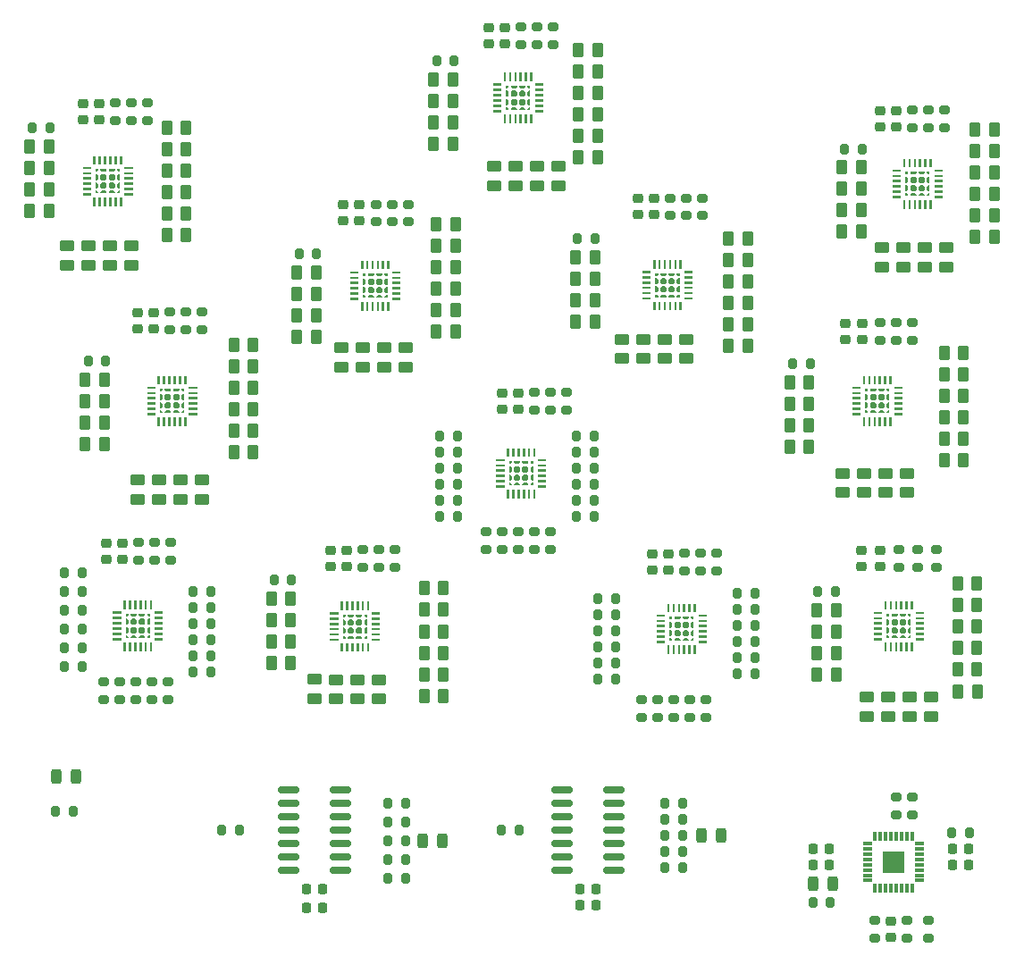
<source format=gbp>
G04 #@! TF.GenerationSoftware,KiCad,Pcbnew,8.0.3*
G04 #@! TF.CreationDate,2024-07-11T15:41:43-04:00*
G04 #@! TF.ProjectId,_HW_Mini-Scoreboard,5f48575f-4d69-46e6-992d-53636f726562,v1.0*
G04 #@! TF.SameCoordinates,Original*
G04 #@! TF.FileFunction,Paste,Bot*
G04 #@! TF.FilePolarity,Positive*
%FSLAX46Y46*%
G04 Gerber Fmt 4.6, Leading zero omitted, Abs format (unit mm)*
G04 Created by KiCad (PCBNEW 8.0.3) date 2024-07-11 15:41:43*
%MOMM*%
%LPD*%
G01*
G04 APERTURE LIST*
G04 Aperture macros list*
%AMRoundRect*
0 Rectangle with rounded corners*
0 $1 Rounding radius*
0 $2 $3 $4 $5 $6 $7 $8 $9 X,Y pos of 4 corners*
0 Add a 4 corners polygon primitive as box body*
4,1,4,$2,$3,$4,$5,$6,$7,$8,$9,$2,$3,0*
0 Add four circle primitives for the rounded corners*
1,1,$1+$1,$2,$3*
1,1,$1+$1,$4,$5*
1,1,$1+$1,$6,$7*
1,1,$1+$1,$8,$9*
0 Add four rect primitives between the rounded corners*
20,1,$1+$1,$2,$3,$4,$5,0*
20,1,$1+$1,$4,$5,$6,$7,0*
20,1,$1+$1,$6,$7,$8,$9,0*
20,1,$1+$1,$8,$9,$2,$3,0*%
G04 Aperture macros list end*
%ADD10C,0.000000*%
%ADD11C,0.010000*%
%ADD12RoundRect,0.250000X0.262500X0.450000X-0.262500X0.450000X-0.262500X-0.450000X0.262500X-0.450000X0*%
%ADD13RoundRect,0.250000X0.450000X-0.262500X0.450000X0.262500X-0.450000X0.262500X-0.450000X-0.262500X0*%
%ADD14RoundRect,0.250000X-0.262500X-0.450000X0.262500X-0.450000X0.262500X0.450000X-0.262500X0.450000X0*%
%ADD15RoundRect,0.200000X-0.200000X-0.275000X0.200000X-0.275000X0.200000X0.275000X-0.200000X0.275000X0*%
%ADD16RoundRect,0.200000X0.275000X-0.200000X0.275000X0.200000X-0.275000X0.200000X-0.275000X-0.200000X0*%
%ADD17RoundRect,0.225000X0.250000X-0.225000X0.250000X0.225000X-0.250000X0.225000X-0.250000X-0.225000X0*%
%ADD18RoundRect,0.200000X0.200000X0.275000X-0.200000X0.275000X-0.200000X-0.275000X0.200000X-0.275000X0*%
%ADD19RoundRect,0.200000X-0.275000X0.200000X-0.275000X-0.200000X0.275000X-0.200000X0.275000X0.200000X0*%
%ADD20RoundRect,0.225000X-0.225000X-0.250000X0.225000X-0.250000X0.225000X0.250000X-0.225000X0.250000X0*%
%ADD21RoundRect,0.243750X-0.243750X-0.456250X0.243750X-0.456250X0.243750X0.456250X-0.243750X0.456250X0*%
%ADD22RoundRect,0.225000X0.225000X0.250000X-0.225000X0.250000X-0.225000X-0.250000X0.225000X-0.250000X0*%
%ADD23RoundRect,0.150000X-0.825000X-0.150000X0.825000X-0.150000X0.825000X0.150000X-0.825000X0.150000X0*%
%ADD24RoundRect,0.225000X-0.250000X0.225000X-0.250000X-0.225000X0.250000X-0.225000X0.250000X0.225000X0*%
%ADD25RoundRect,0.032500X-0.397500X-0.097500X0.397500X-0.097500X0.397500X0.097500X-0.397500X0.097500X0*%
%ADD26RoundRect,0.032500X-0.097500X0.397500X-0.097500X-0.397500X0.097500X-0.397500X0.097500X0.397500X0*%
G04 APERTURE END LIST*
D10*
G36*
X211022999Y-212225001D02*
G01*
X210223001Y-212225001D01*
X210223001Y-211994999D01*
X211022999Y-211994999D01*
X211022999Y-212225001D01*
G37*
G36*
X211022999Y-212725000D02*
G01*
X210223001Y-212725000D01*
X210223001Y-212495000D01*
X211022999Y-212495000D01*
X211022999Y-212725000D01*
G37*
G36*
X211022999Y-213224999D02*
G01*
X210223001Y-213224999D01*
X210223001Y-212994999D01*
X211022999Y-212994999D01*
X211022999Y-213224999D01*
G37*
G36*
X211022999Y-213725001D02*
G01*
X210223001Y-213725001D01*
X210223001Y-213495001D01*
X211022999Y-213495001D01*
X211022999Y-213725001D01*
G37*
G36*
X211022999Y-214225000D02*
G01*
X210223001Y-214225000D01*
X210223001Y-213995000D01*
X211022999Y-213995000D01*
X211022999Y-214225000D01*
G37*
G36*
X211022999Y-214725001D02*
G01*
X210223001Y-214725001D01*
X210223001Y-214494999D01*
X211022999Y-214494999D01*
X211022999Y-214725001D01*
G37*
G36*
X211462686Y-211784999D02*
G01*
X211232684Y-211784999D01*
X211232684Y-210985001D01*
X211462686Y-210985001D01*
X211462686Y-211784999D01*
G37*
G36*
X211462686Y-215734999D02*
G01*
X211232684Y-215734999D01*
X211232684Y-214935001D01*
X211462686Y-214935001D01*
X211462686Y-215734999D01*
G37*
G36*
X211962812Y-211784999D02*
G01*
X211732810Y-211784999D01*
X211732810Y-210985001D01*
X211962812Y-210985001D01*
X211962812Y-211784999D01*
G37*
G36*
X211962812Y-215734999D02*
G01*
X211732810Y-215734999D01*
X211732810Y-214935001D01*
X211962812Y-214935001D01*
X211962812Y-215734999D01*
G37*
G36*
X212462938Y-211784999D02*
G01*
X212232936Y-211784999D01*
X212232936Y-210985001D01*
X212462938Y-210985001D01*
X212462938Y-211784999D01*
G37*
G36*
X212462938Y-215734999D02*
G01*
X212232936Y-215734999D01*
X212232936Y-214935001D01*
X212462938Y-214935001D01*
X212462938Y-215734999D01*
G37*
G36*
X212963064Y-211784999D02*
G01*
X212733062Y-211784999D01*
X212733062Y-210985001D01*
X212963064Y-210985001D01*
X212963064Y-211784999D01*
G37*
G36*
X212963064Y-215734999D02*
G01*
X212733062Y-215734999D01*
X212733062Y-214935001D01*
X212963064Y-214935001D01*
X212963064Y-215734999D01*
G37*
G36*
X213463190Y-211784999D02*
G01*
X213233188Y-211784999D01*
X213233188Y-210985001D01*
X213463190Y-210985001D01*
X213463190Y-211784999D01*
G37*
G36*
X213463190Y-215734999D02*
G01*
X213233188Y-215734999D01*
X213233188Y-214935001D01*
X213463190Y-214935001D01*
X213463190Y-215734999D01*
G37*
G36*
X213963316Y-211784999D02*
G01*
X213733314Y-211784999D01*
X213733314Y-210985001D01*
X213963316Y-210985001D01*
X213963316Y-211784999D01*
G37*
G36*
X213963316Y-215734999D02*
G01*
X213733314Y-215734999D01*
X213733314Y-214935001D01*
X213963316Y-214935001D01*
X213963316Y-215734999D01*
G37*
G36*
X214972999Y-212225001D02*
G01*
X214173001Y-212225001D01*
X214173001Y-211994999D01*
X214972999Y-211994999D01*
X214972999Y-212225001D01*
G37*
G36*
X214972999Y-212725000D02*
G01*
X214173001Y-212725000D01*
X214173001Y-212495000D01*
X214972999Y-212495000D01*
X214972999Y-212725000D01*
G37*
G36*
X214972999Y-213224999D02*
G01*
X214173001Y-213224999D01*
X214173001Y-212994999D01*
X214972999Y-212994999D01*
X214972999Y-213224999D01*
G37*
G36*
X214972999Y-213725001D02*
G01*
X214173001Y-213725001D01*
X214173001Y-213495001D01*
X214972999Y-213495001D01*
X214972999Y-213725001D01*
G37*
G36*
X214972999Y-214225000D02*
G01*
X214173001Y-214225000D01*
X214173001Y-213995000D01*
X214972999Y-213995000D01*
X214972999Y-214225000D01*
G37*
G36*
X214972999Y-214725001D02*
G01*
X214173001Y-214725001D01*
X214173001Y-214494999D01*
X214972999Y-214494999D01*
X214972999Y-214725001D01*
G37*
G36*
X211710600Y-214388821D02*
G01*
X211710600Y-214510070D01*
X211447930Y-214510070D01*
X211447930Y-214247400D01*
X211569179Y-214247400D01*
X211710600Y-214388821D01*
G37*
G36*
X211710600Y-212331179D02*
G01*
X211569179Y-212472600D01*
X211447930Y-212472600D01*
X211447930Y-212209930D01*
X211710600Y-212209930D01*
X211710600Y-212331179D01*
G37*
G36*
X213748070Y-212472600D02*
G01*
X213626821Y-212472600D01*
X213485400Y-212331179D01*
X213485400Y-212209930D01*
X213748070Y-212209930D01*
X213748070Y-212472600D01*
G37*
G36*
X213748070Y-214510070D02*
G01*
X213485400Y-214510070D01*
X213485400Y-214388821D01*
X213626821Y-214247400D01*
X213748070Y-214247400D01*
X213748070Y-214510070D01*
G37*
G36*
X211710600Y-212814021D02*
G01*
X211710600Y-213118579D01*
X211569179Y-213260000D01*
X211447930Y-213260000D01*
X211447930Y-212672600D01*
X211569179Y-212672600D01*
X211710600Y-212814021D01*
G37*
G36*
X211710600Y-213601421D02*
G01*
X211710600Y-213905979D01*
X211569179Y-214047400D01*
X211447930Y-214047400D01*
X211447930Y-213460000D01*
X211569179Y-213460000D01*
X211710600Y-213601421D01*
G37*
G36*
X212498000Y-214388821D02*
G01*
X212498000Y-214510070D01*
X211910600Y-214510070D01*
X211910600Y-214388821D01*
X212052021Y-214247400D01*
X212356579Y-214247400D01*
X212498000Y-214388821D01*
G37*
G36*
X212498000Y-212331179D02*
G01*
X212356579Y-212472600D01*
X212052021Y-212472600D01*
X211910600Y-212331179D01*
X211910600Y-212209930D01*
X212498000Y-212209930D01*
X212498000Y-212331179D01*
G37*
G36*
X213285400Y-214388821D02*
G01*
X213285400Y-214510070D01*
X212698000Y-214510070D01*
X212698000Y-214388821D01*
X212839421Y-214247400D01*
X213143979Y-214247400D01*
X213285400Y-214388821D01*
G37*
G36*
X213285400Y-212331179D02*
G01*
X213143979Y-212472600D01*
X212839421Y-212472600D01*
X212698000Y-212331179D01*
X212698000Y-212209930D01*
X213285400Y-212209930D01*
X213285400Y-212331179D01*
G37*
G36*
X213748070Y-213260000D02*
G01*
X213626821Y-213260000D01*
X213485400Y-213118579D01*
X213485400Y-212814021D01*
X213626821Y-212672600D01*
X213748070Y-212672600D01*
X213748070Y-213260000D01*
G37*
G36*
X213748070Y-214047400D02*
G01*
X213626821Y-214047400D01*
X213485400Y-213905979D01*
X213485400Y-213601421D01*
X213626821Y-213460000D01*
X213748070Y-213460000D01*
X213748070Y-214047400D01*
G37*
G36*
X212498000Y-212814021D02*
G01*
X212498000Y-213118579D01*
X212356579Y-213260000D01*
X212052021Y-213260000D01*
X211910600Y-213118579D01*
X211910600Y-212814021D01*
X212052021Y-212672600D01*
X212356579Y-212672600D01*
X212498000Y-212814021D01*
G37*
G36*
X212498000Y-213601421D02*
G01*
X212498000Y-213905979D01*
X212356579Y-214047400D01*
X212052021Y-214047400D01*
X211910600Y-213905979D01*
X211910600Y-213601421D01*
X212052021Y-213460000D01*
X212356579Y-213460000D01*
X212498000Y-213601421D01*
G37*
G36*
X213285400Y-212814021D02*
G01*
X213285400Y-213118579D01*
X213143979Y-213260000D01*
X212839421Y-213260000D01*
X212698000Y-213118579D01*
X212698000Y-212814021D01*
X212839421Y-212672600D01*
X213143979Y-212672600D01*
X213285400Y-212814021D01*
G37*
G36*
X213285400Y-213601421D02*
G01*
X213285400Y-213905979D01*
X213143979Y-214047400D01*
X212839421Y-214047400D01*
X212698000Y-213905979D01*
X212698000Y-213601421D01*
X212839421Y-213460000D01*
X213143979Y-213460000D01*
X213285400Y-213601421D01*
G37*
G36*
X142163599Y-190889001D02*
G01*
X141363601Y-190889001D01*
X141363601Y-190658999D01*
X142163599Y-190658999D01*
X142163599Y-190889001D01*
G37*
G36*
X142163599Y-191389000D02*
G01*
X141363601Y-191389000D01*
X141363601Y-191159000D01*
X142163599Y-191159000D01*
X142163599Y-191389000D01*
G37*
G36*
X142163599Y-191888999D02*
G01*
X141363601Y-191888999D01*
X141363601Y-191658999D01*
X142163599Y-191658999D01*
X142163599Y-191888999D01*
G37*
G36*
X142163599Y-192389001D02*
G01*
X141363601Y-192389001D01*
X141363601Y-192159001D01*
X142163599Y-192159001D01*
X142163599Y-192389001D01*
G37*
G36*
X142163599Y-192889000D02*
G01*
X141363601Y-192889000D01*
X141363601Y-192659000D01*
X142163599Y-192659000D01*
X142163599Y-192889000D01*
G37*
G36*
X142163599Y-193389001D02*
G01*
X141363601Y-193389001D01*
X141363601Y-193158999D01*
X142163599Y-193158999D01*
X142163599Y-193389001D01*
G37*
G36*
X142603286Y-190448999D02*
G01*
X142373284Y-190448999D01*
X142373284Y-189649001D01*
X142603286Y-189649001D01*
X142603286Y-190448999D01*
G37*
G36*
X142603286Y-194398999D02*
G01*
X142373284Y-194398999D01*
X142373284Y-193599001D01*
X142603286Y-193599001D01*
X142603286Y-194398999D01*
G37*
G36*
X143103412Y-190448999D02*
G01*
X142873410Y-190448999D01*
X142873410Y-189649001D01*
X143103412Y-189649001D01*
X143103412Y-190448999D01*
G37*
G36*
X143103412Y-194398999D02*
G01*
X142873410Y-194398999D01*
X142873410Y-193599001D01*
X143103412Y-193599001D01*
X143103412Y-194398999D01*
G37*
G36*
X143603538Y-190448999D02*
G01*
X143373536Y-190448999D01*
X143373536Y-189649001D01*
X143603538Y-189649001D01*
X143603538Y-190448999D01*
G37*
G36*
X143603538Y-194398999D02*
G01*
X143373536Y-194398999D01*
X143373536Y-193599001D01*
X143603538Y-193599001D01*
X143603538Y-194398999D01*
G37*
G36*
X144103664Y-190448999D02*
G01*
X143873662Y-190448999D01*
X143873662Y-189649001D01*
X144103664Y-189649001D01*
X144103664Y-190448999D01*
G37*
G36*
X144103664Y-194398999D02*
G01*
X143873662Y-194398999D01*
X143873662Y-193599001D01*
X144103664Y-193599001D01*
X144103664Y-194398999D01*
G37*
G36*
X144603790Y-190448999D02*
G01*
X144373788Y-190448999D01*
X144373788Y-189649001D01*
X144603790Y-189649001D01*
X144603790Y-190448999D01*
G37*
G36*
X144603790Y-194398999D02*
G01*
X144373788Y-194398999D01*
X144373788Y-193599001D01*
X144603790Y-193599001D01*
X144603790Y-194398999D01*
G37*
G36*
X145103916Y-190448999D02*
G01*
X144873914Y-190448999D01*
X144873914Y-189649001D01*
X145103916Y-189649001D01*
X145103916Y-190448999D01*
G37*
G36*
X145103916Y-194398999D02*
G01*
X144873914Y-194398999D01*
X144873914Y-193599001D01*
X145103916Y-193599001D01*
X145103916Y-194398999D01*
G37*
G36*
X146113599Y-190889001D02*
G01*
X145313601Y-190889001D01*
X145313601Y-190658999D01*
X146113599Y-190658999D01*
X146113599Y-190889001D01*
G37*
G36*
X146113599Y-191389000D02*
G01*
X145313601Y-191389000D01*
X145313601Y-191159000D01*
X146113599Y-191159000D01*
X146113599Y-191389000D01*
G37*
G36*
X146113599Y-191888999D02*
G01*
X145313601Y-191888999D01*
X145313601Y-191658999D01*
X146113599Y-191658999D01*
X146113599Y-191888999D01*
G37*
G36*
X146113599Y-192389001D02*
G01*
X145313601Y-192389001D01*
X145313601Y-192159001D01*
X146113599Y-192159001D01*
X146113599Y-192389001D01*
G37*
G36*
X146113599Y-192889000D02*
G01*
X145313601Y-192889000D01*
X145313601Y-192659000D01*
X146113599Y-192659000D01*
X146113599Y-192889000D01*
G37*
G36*
X146113599Y-193389001D02*
G01*
X145313601Y-193389001D01*
X145313601Y-193158999D01*
X146113599Y-193158999D01*
X146113599Y-193389001D01*
G37*
G36*
X142851200Y-193052821D02*
G01*
X142851200Y-193174070D01*
X142588530Y-193174070D01*
X142588530Y-192911400D01*
X142709779Y-192911400D01*
X142851200Y-193052821D01*
G37*
G36*
X142851200Y-190995179D02*
G01*
X142709779Y-191136600D01*
X142588530Y-191136600D01*
X142588530Y-190873930D01*
X142851200Y-190873930D01*
X142851200Y-190995179D01*
G37*
G36*
X144888670Y-191136600D02*
G01*
X144767421Y-191136600D01*
X144626000Y-190995179D01*
X144626000Y-190873930D01*
X144888670Y-190873930D01*
X144888670Y-191136600D01*
G37*
G36*
X144888670Y-193174070D02*
G01*
X144626000Y-193174070D01*
X144626000Y-193052821D01*
X144767421Y-192911400D01*
X144888670Y-192911400D01*
X144888670Y-193174070D01*
G37*
G36*
X142851200Y-191478021D02*
G01*
X142851200Y-191782579D01*
X142709779Y-191924000D01*
X142588530Y-191924000D01*
X142588530Y-191336600D01*
X142709779Y-191336600D01*
X142851200Y-191478021D01*
G37*
G36*
X142851200Y-192265421D02*
G01*
X142851200Y-192569979D01*
X142709779Y-192711400D01*
X142588530Y-192711400D01*
X142588530Y-192124000D01*
X142709779Y-192124000D01*
X142851200Y-192265421D01*
G37*
G36*
X143638600Y-193052821D02*
G01*
X143638600Y-193174070D01*
X143051200Y-193174070D01*
X143051200Y-193052821D01*
X143192621Y-192911400D01*
X143497179Y-192911400D01*
X143638600Y-193052821D01*
G37*
G36*
X143638600Y-190995179D02*
G01*
X143497179Y-191136600D01*
X143192621Y-191136600D01*
X143051200Y-190995179D01*
X143051200Y-190873930D01*
X143638600Y-190873930D01*
X143638600Y-190995179D01*
G37*
G36*
X144426000Y-193052821D02*
G01*
X144426000Y-193174070D01*
X143838600Y-193174070D01*
X143838600Y-193052821D01*
X143980021Y-192911400D01*
X144284579Y-192911400D01*
X144426000Y-193052821D01*
G37*
G36*
X144426000Y-190995179D02*
G01*
X144284579Y-191136600D01*
X143980021Y-191136600D01*
X143838600Y-190995179D01*
X143838600Y-190873930D01*
X144426000Y-190873930D01*
X144426000Y-190995179D01*
G37*
G36*
X144888670Y-191924000D02*
G01*
X144767421Y-191924000D01*
X144626000Y-191782579D01*
X144626000Y-191478021D01*
X144767421Y-191336600D01*
X144888670Y-191336600D01*
X144888670Y-191924000D01*
G37*
G36*
X144888670Y-192711400D02*
G01*
X144767421Y-192711400D01*
X144626000Y-192569979D01*
X144626000Y-192265421D01*
X144767421Y-192124000D01*
X144888670Y-192124000D01*
X144888670Y-192711400D01*
G37*
G36*
X143638600Y-191478021D02*
G01*
X143638600Y-191782579D01*
X143497179Y-191924000D01*
X143192621Y-191924000D01*
X143051200Y-191782579D01*
X143051200Y-191478021D01*
X143192621Y-191336600D01*
X143497179Y-191336600D01*
X143638600Y-191478021D01*
G37*
G36*
X143638600Y-192265421D02*
G01*
X143638600Y-192569979D01*
X143497179Y-192711400D01*
X143192621Y-192711400D01*
X143051200Y-192569979D01*
X143051200Y-192265421D01*
X143192621Y-192124000D01*
X143497179Y-192124000D01*
X143638600Y-192265421D01*
G37*
G36*
X144426000Y-191478021D02*
G01*
X144426000Y-191782579D01*
X144284579Y-191924000D01*
X143980021Y-191924000D01*
X143838600Y-191782579D01*
X143838600Y-191478021D01*
X143980021Y-191336600D01*
X144284579Y-191336600D01*
X144426000Y-191478021D01*
G37*
G36*
X144426000Y-192265421D02*
G01*
X144426000Y-192569979D01*
X144284579Y-192711400D01*
X143980021Y-192711400D01*
X143838600Y-192569979D01*
X143838600Y-192265421D01*
X143980021Y-192124000D01*
X144284579Y-192124000D01*
X144426000Y-192265421D01*
G37*
G36*
X189102714Y-179910001D02*
G01*
X188302716Y-179910001D01*
X188302716Y-179679999D01*
X189102714Y-179679999D01*
X189102714Y-179910001D01*
G37*
G36*
X189102714Y-180410000D02*
G01*
X188302716Y-180410000D01*
X188302716Y-180180000D01*
X189102714Y-180180000D01*
X189102714Y-180410000D01*
G37*
G36*
X189102714Y-180909999D02*
G01*
X188302716Y-180909999D01*
X188302716Y-180679999D01*
X189102714Y-180679999D01*
X189102714Y-180909999D01*
G37*
G36*
X189102714Y-181410001D02*
G01*
X188302716Y-181410001D01*
X188302716Y-181180001D01*
X189102714Y-181180001D01*
X189102714Y-181410001D01*
G37*
G36*
X189102714Y-181910000D02*
G01*
X188302716Y-181910000D01*
X188302716Y-181680000D01*
X189102714Y-181680000D01*
X189102714Y-181910000D01*
G37*
G36*
X189102714Y-182410001D02*
G01*
X188302716Y-182410001D01*
X188302716Y-182179999D01*
X189102714Y-182179999D01*
X189102714Y-182410001D01*
G37*
G36*
X189542401Y-179469999D02*
G01*
X189312399Y-179469999D01*
X189312399Y-178670001D01*
X189542401Y-178670001D01*
X189542401Y-179469999D01*
G37*
G36*
X189542401Y-183419999D02*
G01*
X189312399Y-183419999D01*
X189312399Y-182620001D01*
X189542401Y-182620001D01*
X189542401Y-183419999D01*
G37*
G36*
X190042527Y-179469999D02*
G01*
X189812525Y-179469999D01*
X189812525Y-178670001D01*
X190042527Y-178670001D01*
X190042527Y-179469999D01*
G37*
G36*
X190042527Y-183419999D02*
G01*
X189812525Y-183419999D01*
X189812525Y-182620001D01*
X190042527Y-182620001D01*
X190042527Y-183419999D01*
G37*
G36*
X190542653Y-179469999D02*
G01*
X190312651Y-179469999D01*
X190312651Y-178670001D01*
X190542653Y-178670001D01*
X190542653Y-179469999D01*
G37*
G36*
X190542653Y-183419999D02*
G01*
X190312651Y-183419999D01*
X190312651Y-182620001D01*
X190542653Y-182620001D01*
X190542653Y-183419999D01*
G37*
G36*
X191042779Y-179469999D02*
G01*
X190812777Y-179469999D01*
X190812777Y-178670001D01*
X191042779Y-178670001D01*
X191042779Y-179469999D01*
G37*
G36*
X191042779Y-183419999D02*
G01*
X190812777Y-183419999D01*
X190812777Y-182620001D01*
X191042779Y-182620001D01*
X191042779Y-183419999D01*
G37*
G36*
X191542905Y-179469999D02*
G01*
X191312903Y-179469999D01*
X191312903Y-178670001D01*
X191542905Y-178670001D01*
X191542905Y-179469999D01*
G37*
G36*
X191542905Y-183419999D02*
G01*
X191312903Y-183419999D01*
X191312903Y-182620001D01*
X191542905Y-182620001D01*
X191542905Y-183419999D01*
G37*
G36*
X192043031Y-179469999D02*
G01*
X191813029Y-179469999D01*
X191813029Y-178670001D01*
X192043031Y-178670001D01*
X192043031Y-179469999D01*
G37*
G36*
X192043031Y-183419999D02*
G01*
X191813029Y-183419999D01*
X191813029Y-182620001D01*
X192043031Y-182620001D01*
X192043031Y-183419999D01*
G37*
G36*
X193052714Y-179910001D02*
G01*
X192252716Y-179910001D01*
X192252716Y-179679999D01*
X193052714Y-179679999D01*
X193052714Y-179910001D01*
G37*
G36*
X193052714Y-180410000D02*
G01*
X192252716Y-180410000D01*
X192252716Y-180180000D01*
X193052714Y-180180000D01*
X193052714Y-180410000D01*
G37*
G36*
X193052714Y-180909999D02*
G01*
X192252716Y-180909999D01*
X192252716Y-180679999D01*
X193052714Y-180679999D01*
X193052714Y-180909999D01*
G37*
G36*
X193052714Y-181410001D02*
G01*
X192252716Y-181410001D01*
X192252716Y-181180001D01*
X193052714Y-181180001D01*
X193052714Y-181410001D01*
G37*
G36*
X193052714Y-181910000D02*
G01*
X192252716Y-181910000D01*
X192252716Y-181680000D01*
X193052714Y-181680000D01*
X193052714Y-181910000D01*
G37*
G36*
X193052714Y-182410001D02*
G01*
X192252716Y-182410001D01*
X192252716Y-182179999D01*
X193052714Y-182179999D01*
X193052714Y-182410001D01*
G37*
G36*
X189790315Y-182073821D02*
G01*
X189790315Y-182195070D01*
X189527645Y-182195070D01*
X189527645Y-181932400D01*
X189648894Y-181932400D01*
X189790315Y-182073821D01*
G37*
G36*
X189790315Y-180016179D02*
G01*
X189648894Y-180157600D01*
X189527645Y-180157600D01*
X189527645Y-179894930D01*
X189790315Y-179894930D01*
X189790315Y-180016179D01*
G37*
G36*
X191827785Y-180157600D02*
G01*
X191706536Y-180157600D01*
X191565115Y-180016179D01*
X191565115Y-179894930D01*
X191827785Y-179894930D01*
X191827785Y-180157600D01*
G37*
G36*
X191827785Y-182195070D02*
G01*
X191565115Y-182195070D01*
X191565115Y-182073821D01*
X191706536Y-181932400D01*
X191827785Y-181932400D01*
X191827785Y-182195070D01*
G37*
G36*
X189790315Y-180499021D02*
G01*
X189790315Y-180803579D01*
X189648894Y-180945000D01*
X189527645Y-180945000D01*
X189527645Y-180357600D01*
X189648894Y-180357600D01*
X189790315Y-180499021D01*
G37*
G36*
X189790315Y-181286421D02*
G01*
X189790315Y-181590979D01*
X189648894Y-181732400D01*
X189527645Y-181732400D01*
X189527645Y-181145000D01*
X189648894Y-181145000D01*
X189790315Y-181286421D01*
G37*
G36*
X190577715Y-182073821D02*
G01*
X190577715Y-182195070D01*
X189990315Y-182195070D01*
X189990315Y-182073821D01*
X190131736Y-181932400D01*
X190436294Y-181932400D01*
X190577715Y-182073821D01*
G37*
G36*
X190577715Y-180016179D02*
G01*
X190436294Y-180157600D01*
X190131736Y-180157600D01*
X189990315Y-180016179D01*
X189990315Y-179894930D01*
X190577715Y-179894930D01*
X190577715Y-180016179D01*
G37*
G36*
X191365115Y-182073821D02*
G01*
X191365115Y-182195070D01*
X190777715Y-182195070D01*
X190777715Y-182073821D01*
X190919136Y-181932400D01*
X191223694Y-181932400D01*
X191365115Y-182073821D01*
G37*
G36*
X191365115Y-180016179D02*
G01*
X191223694Y-180157600D01*
X190919136Y-180157600D01*
X190777715Y-180016179D01*
X190777715Y-179894930D01*
X191365115Y-179894930D01*
X191365115Y-180016179D01*
G37*
G36*
X191827785Y-180945000D02*
G01*
X191706536Y-180945000D01*
X191565115Y-180803579D01*
X191565115Y-180499021D01*
X191706536Y-180357600D01*
X191827785Y-180357600D01*
X191827785Y-180945000D01*
G37*
G36*
X191827785Y-181732400D02*
G01*
X191706536Y-181732400D01*
X191565115Y-181590979D01*
X191565115Y-181286421D01*
X191706536Y-181145000D01*
X191827785Y-181145000D01*
X191827785Y-181732400D01*
G37*
G36*
X190577715Y-180499021D02*
G01*
X190577715Y-180803579D01*
X190436294Y-180945000D01*
X190131736Y-180945000D01*
X189990315Y-180803579D01*
X189990315Y-180499021D01*
X190131736Y-180357600D01*
X190436294Y-180357600D01*
X190577715Y-180499021D01*
G37*
G36*
X190577715Y-181286421D02*
G01*
X190577715Y-181590979D01*
X190436294Y-181732400D01*
X190131736Y-181732400D01*
X189990315Y-181590979D01*
X189990315Y-181286421D01*
X190131736Y-181145000D01*
X190436294Y-181145000D01*
X190577715Y-181286421D01*
G37*
G36*
X191365115Y-180499021D02*
G01*
X191365115Y-180803579D01*
X191223694Y-180945000D01*
X190919136Y-180945000D01*
X190777715Y-180803579D01*
X190777715Y-180499021D01*
X190919136Y-180357600D01*
X191223694Y-180357600D01*
X191365115Y-180499021D01*
G37*
G36*
X191365115Y-181286421D02*
G01*
X191365115Y-181590979D01*
X191223694Y-181732400D01*
X190919136Y-181732400D01*
X190777715Y-181590979D01*
X190777715Y-181286421D01*
X190919136Y-181145000D01*
X191223694Y-181145000D01*
X191365115Y-181286421D01*
G37*
G36*
X161410999Y-179967001D02*
G01*
X160611001Y-179967001D01*
X160611001Y-179736999D01*
X161410999Y-179736999D01*
X161410999Y-179967001D01*
G37*
G36*
X161410999Y-180467000D02*
G01*
X160611001Y-180467000D01*
X160611001Y-180237000D01*
X161410999Y-180237000D01*
X161410999Y-180467000D01*
G37*
G36*
X161410999Y-180966999D02*
G01*
X160611001Y-180966999D01*
X160611001Y-180736999D01*
X161410999Y-180736999D01*
X161410999Y-180966999D01*
G37*
G36*
X161410999Y-181467001D02*
G01*
X160611001Y-181467001D01*
X160611001Y-181237001D01*
X161410999Y-181237001D01*
X161410999Y-181467001D01*
G37*
G36*
X161410999Y-181967000D02*
G01*
X160611001Y-181967000D01*
X160611001Y-181737000D01*
X161410999Y-181737000D01*
X161410999Y-181967000D01*
G37*
G36*
X161410999Y-182467001D02*
G01*
X160611001Y-182467001D01*
X160611001Y-182236999D01*
X161410999Y-182236999D01*
X161410999Y-182467001D01*
G37*
G36*
X161850686Y-179526999D02*
G01*
X161620684Y-179526999D01*
X161620684Y-178727001D01*
X161850686Y-178727001D01*
X161850686Y-179526999D01*
G37*
G36*
X161850686Y-183476999D02*
G01*
X161620684Y-183476999D01*
X161620684Y-182677001D01*
X161850686Y-182677001D01*
X161850686Y-183476999D01*
G37*
G36*
X162350812Y-179526999D02*
G01*
X162120810Y-179526999D01*
X162120810Y-178727001D01*
X162350812Y-178727001D01*
X162350812Y-179526999D01*
G37*
G36*
X162350812Y-183476999D02*
G01*
X162120810Y-183476999D01*
X162120810Y-182677001D01*
X162350812Y-182677001D01*
X162350812Y-183476999D01*
G37*
G36*
X162850938Y-179526999D02*
G01*
X162620936Y-179526999D01*
X162620936Y-178727001D01*
X162850938Y-178727001D01*
X162850938Y-179526999D01*
G37*
G36*
X162850938Y-183476999D02*
G01*
X162620936Y-183476999D01*
X162620936Y-182677001D01*
X162850938Y-182677001D01*
X162850938Y-183476999D01*
G37*
G36*
X163351064Y-179526999D02*
G01*
X163121062Y-179526999D01*
X163121062Y-178727001D01*
X163351064Y-178727001D01*
X163351064Y-179526999D01*
G37*
G36*
X163351064Y-183476999D02*
G01*
X163121062Y-183476999D01*
X163121062Y-182677001D01*
X163351064Y-182677001D01*
X163351064Y-183476999D01*
G37*
G36*
X163851190Y-179526999D02*
G01*
X163621188Y-179526999D01*
X163621188Y-178727001D01*
X163851190Y-178727001D01*
X163851190Y-179526999D01*
G37*
G36*
X163851190Y-183476999D02*
G01*
X163621188Y-183476999D01*
X163621188Y-182677001D01*
X163851190Y-182677001D01*
X163851190Y-183476999D01*
G37*
G36*
X164351316Y-179526999D02*
G01*
X164121314Y-179526999D01*
X164121314Y-178727001D01*
X164351316Y-178727001D01*
X164351316Y-179526999D01*
G37*
G36*
X164351316Y-183476999D02*
G01*
X164121314Y-183476999D01*
X164121314Y-182677001D01*
X164351316Y-182677001D01*
X164351316Y-183476999D01*
G37*
G36*
X165360999Y-179967001D02*
G01*
X164561001Y-179967001D01*
X164561001Y-179736999D01*
X165360999Y-179736999D01*
X165360999Y-179967001D01*
G37*
G36*
X165360999Y-180467000D02*
G01*
X164561001Y-180467000D01*
X164561001Y-180237000D01*
X165360999Y-180237000D01*
X165360999Y-180467000D01*
G37*
G36*
X165360999Y-180966999D02*
G01*
X164561001Y-180966999D01*
X164561001Y-180736999D01*
X165360999Y-180736999D01*
X165360999Y-180966999D01*
G37*
G36*
X165360999Y-181467001D02*
G01*
X164561001Y-181467001D01*
X164561001Y-181237001D01*
X165360999Y-181237001D01*
X165360999Y-181467001D01*
G37*
G36*
X165360999Y-181967000D02*
G01*
X164561001Y-181967000D01*
X164561001Y-181737000D01*
X165360999Y-181737000D01*
X165360999Y-181967000D01*
G37*
G36*
X165360999Y-182467001D02*
G01*
X164561001Y-182467001D01*
X164561001Y-182236999D01*
X165360999Y-182236999D01*
X165360999Y-182467001D01*
G37*
G36*
X162098600Y-182130821D02*
G01*
X162098600Y-182252070D01*
X161835930Y-182252070D01*
X161835930Y-181989400D01*
X161957179Y-181989400D01*
X162098600Y-182130821D01*
G37*
G36*
X162098600Y-180073179D02*
G01*
X161957179Y-180214600D01*
X161835930Y-180214600D01*
X161835930Y-179951930D01*
X162098600Y-179951930D01*
X162098600Y-180073179D01*
G37*
G36*
X164136070Y-180214600D02*
G01*
X164014821Y-180214600D01*
X163873400Y-180073179D01*
X163873400Y-179951930D01*
X164136070Y-179951930D01*
X164136070Y-180214600D01*
G37*
G36*
X164136070Y-182252070D02*
G01*
X163873400Y-182252070D01*
X163873400Y-182130821D01*
X164014821Y-181989400D01*
X164136070Y-181989400D01*
X164136070Y-182252070D01*
G37*
G36*
X162098600Y-180556021D02*
G01*
X162098600Y-180860579D01*
X161957179Y-181002000D01*
X161835930Y-181002000D01*
X161835930Y-180414600D01*
X161957179Y-180414600D01*
X162098600Y-180556021D01*
G37*
G36*
X162098600Y-181343421D02*
G01*
X162098600Y-181647979D01*
X161957179Y-181789400D01*
X161835930Y-181789400D01*
X161835930Y-181202000D01*
X161957179Y-181202000D01*
X162098600Y-181343421D01*
G37*
G36*
X162886000Y-182130821D02*
G01*
X162886000Y-182252070D01*
X162298600Y-182252070D01*
X162298600Y-182130821D01*
X162440021Y-181989400D01*
X162744579Y-181989400D01*
X162886000Y-182130821D01*
G37*
G36*
X162886000Y-180073179D02*
G01*
X162744579Y-180214600D01*
X162440021Y-180214600D01*
X162298600Y-180073179D01*
X162298600Y-179951930D01*
X162886000Y-179951930D01*
X162886000Y-180073179D01*
G37*
G36*
X163673400Y-182130821D02*
G01*
X163673400Y-182252070D01*
X163086000Y-182252070D01*
X163086000Y-182130821D01*
X163227421Y-181989400D01*
X163531979Y-181989400D01*
X163673400Y-182130821D01*
G37*
G36*
X163673400Y-180073179D02*
G01*
X163531979Y-180214600D01*
X163227421Y-180214600D01*
X163086000Y-180073179D01*
X163086000Y-179951930D01*
X163673400Y-179951930D01*
X163673400Y-180073179D01*
G37*
G36*
X164136070Y-181002000D02*
G01*
X164014821Y-181002000D01*
X163873400Y-180860579D01*
X163873400Y-180556021D01*
X164014821Y-180414600D01*
X164136070Y-180414600D01*
X164136070Y-181002000D01*
G37*
G36*
X164136070Y-181789400D02*
G01*
X164014821Y-181789400D01*
X163873400Y-181647979D01*
X163873400Y-181343421D01*
X164014821Y-181202000D01*
X164136070Y-181202000D01*
X164136070Y-181789400D01*
G37*
G36*
X162886000Y-180556021D02*
G01*
X162886000Y-180860579D01*
X162744579Y-181002000D01*
X162440021Y-181002000D01*
X162298600Y-180860579D01*
X162298600Y-180556021D01*
X162440021Y-180414600D01*
X162744579Y-180414600D01*
X162886000Y-180556021D01*
G37*
G36*
X162886000Y-181343421D02*
G01*
X162886000Y-181647979D01*
X162744579Y-181789400D01*
X162440021Y-181789400D01*
X162298600Y-181647979D01*
X162298600Y-181343421D01*
X162440021Y-181202000D01*
X162744579Y-181202000D01*
X162886000Y-181343421D01*
G37*
G36*
X163673400Y-180556021D02*
G01*
X163673400Y-180860579D01*
X163531979Y-181002000D01*
X163227421Y-181002000D01*
X163086000Y-180860579D01*
X163086000Y-180556021D01*
X163227421Y-180414600D01*
X163531979Y-180414600D01*
X163673400Y-180556021D01*
G37*
G36*
X163673400Y-181343421D02*
G01*
X163673400Y-181647979D01*
X163531979Y-181789400D01*
X163227421Y-181789400D01*
X163086000Y-181647979D01*
X163086000Y-181343421D01*
X163227421Y-181202000D01*
X163531979Y-181202000D01*
X163673400Y-181343421D01*
G37*
G36*
X136067599Y-170061001D02*
G01*
X135267601Y-170061001D01*
X135267601Y-169830999D01*
X136067599Y-169830999D01*
X136067599Y-170061001D01*
G37*
G36*
X136067599Y-170561000D02*
G01*
X135267601Y-170561000D01*
X135267601Y-170331000D01*
X136067599Y-170331000D01*
X136067599Y-170561000D01*
G37*
G36*
X136067599Y-171060999D02*
G01*
X135267601Y-171060999D01*
X135267601Y-170830999D01*
X136067599Y-170830999D01*
X136067599Y-171060999D01*
G37*
G36*
X136067599Y-171561001D02*
G01*
X135267601Y-171561001D01*
X135267601Y-171331001D01*
X136067599Y-171331001D01*
X136067599Y-171561001D01*
G37*
G36*
X136067599Y-172061000D02*
G01*
X135267601Y-172061000D01*
X135267601Y-171831000D01*
X136067599Y-171831000D01*
X136067599Y-172061000D01*
G37*
G36*
X136067599Y-172561001D02*
G01*
X135267601Y-172561001D01*
X135267601Y-172330999D01*
X136067599Y-172330999D01*
X136067599Y-172561001D01*
G37*
G36*
X136507286Y-169620999D02*
G01*
X136277284Y-169620999D01*
X136277284Y-168821001D01*
X136507286Y-168821001D01*
X136507286Y-169620999D01*
G37*
G36*
X136507286Y-173570999D02*
G01*
X136277284Y-173570999D01*
X136277284Y-172771001D01*
X136507286Y-172771001D01*
X136507286Y-173570999D01*
G37*
G36*
X137007412Y-169620999D02*
G01*
X136777410Y-169620999D01*
X136777410Y-168821001D01*
X137007412Y-168821001D01*
X137007412Y-169620999D01*
G37*
G36*
X137007412Y-173570999D02*
G01*
X136777410Y-173570999D01*
X136777410Y-172771001D01*
X137007412Y-172771001D01*
X137007412Y-173570999D01*
G37*
G36*
X137507538Y-169620999D02*
G01*
X137277536Y-169620999D01*
X137277536Y-168821001D01*
X137507538Y-168821001D01*
X137507538Y-169620999D01*
G37*
G36*
X137507538Y-173570999D02*
G01*
X137277536Y-173570999D01*
X137277536Y-172771001D01*
X137507538Y-172771001D01*
X137507538Y-173570999D01*
G37*
G36*
X138007664Y-169620999D02*
G01*
X137777662Y-169620999D01*
X137777662Y-168821001D01*
X138007664Y-168821001D01*
X138007664Y-169620999D01*
G37*
G36*
X138007664Y-173570999D02*
G01*
X137777662Y-173570999D01*
X137777662Y-172771001D01*
X138007664Y-172771001D01*
X138007664Y-173570999D01*
G37*
G36*
X138507790Y-169620999D02*
G01*
X138277788Y-169620999D01*
X138277788Y-168821001D01*
X138507790Y-168821001D01*
X138507790Y-169620999D01*
G37*
G36*
X138507790Y-173570999D02*
G01*
X138277788Y-173570999D01*
X138277788Y-172771001D01*
X138507790Y-172771001D01*
X138507790Y-173570999D01*
G37*
G36*
X139007916Y-169620999D02*
G01*
X138777914Y-169620999D01*
X138777914Y-168821001D01*
X139007916Y-168821001D01*
X139007916Y-169620999D01*
G37*
G36*
X139007916Y-173570999D02*
G01*
X138777914Y-173570999D01*
X138777914Y-172771001D01*
X139007916Y-172771001D01*
X139007916Y-173570999D01*
G37*
G36*
X140017599Y-170061001D02*
G01*
X139217601Y-170061001D01*
X139217601Y-169830999D01*
X140017599Y-169830999D01*
X140017599Y-170061001D01*
G37*
G36*
X140017599Y-170561000D02*
G01*
X139217601Y-170561000D01*
X139217601Y-170331000D01*
X140017599Y-170331000D01*
X140017599Y-170561000D01*
G37*
G36*
X140017599Y-171060999D02*
G01*
X139217601Y-171060999D01*
X139217601Y-170830999D01*
X140017599Y-170830999D01*
X140017599Y-171060999D01*
G37*
G36*
X140017599Y-171561001D02*
G01*
X139217601Y-171561001D01*
X139217601Y-171331001D01*
X140017599Y-171331001D01*
X140017599Y-171561001D01*
G37*
G36*
X140017599Y-172061000D02*
G01*
X139217601Y-172061000D01*
X139217601Y-171831000D01*
X140017599Y-171831000D01*
X140017599Y-172061000D01*
G37*
G36*
X140017599Y-172561001D02*
G01*
X139217601Y-172561001D01*
X139217601Y-172330999D01*
X140017599Y-172330999D01*
X140017599Y-172561001D01*
G37*
G36*
X136755200Y-172224821D02*
G01*
X136755200Y-172346070D01*
X136492530Y-172346070D01*
X136492530Y-172083400D01*
X136613779Y-172083400D01*
X136755200Y-172224821D01*
G37*
G36*
X136755200Y-170167179D02*
G01*
X136613779Y-170308600D01*
X136492530Y-170308600D01*
X136492530Y-170045930D01*
X136755200Y-170045930D01*
X136755200Y-170167179D01*
G37*
G36*
X138792670Y-170308600D02*
G01*
X138671421Y-170308600D01*
X138530000Y-170167179D01*
X138530000Y-170045930D01*
X138792670Y-170045930D01*
X138792670Y-170308600D01*
G37*
G36*
X138792670Y-172346070D02*
G01*
X138530000Y-172346070D01*
X138530000Y-172224821D01*
X138671421Y-172083400D01*
X138792670Y-172083400D01*
X138792670Y-172346070D01*
G37*
G36*
X136755200Y-170650021D02*
G01*
X136755200Y-170954579D01*
X136613779Y-171096000D01*
X136492530Y-171096000D01*
X136492530Y-170508600D01*
X136613779Y-170508600D01*
X136755200Y-170650021D01*
G37*
G36*
X136755200Y-171437421D02*
G01*
X136755200Y-171741979D01*
X136613779Y-171883400D01*
X136492530Y-171883400D01*
X136492530Y-171296000D01*
X136613779Y-171296000D01*
X136755200Y-171437421D01*
G37*
G36*
X137542600Y-172224821D02*
G01*
X137542600Y-172346070D01*
X136955200Y-172346070D01*
X136955200Y-172224821D01*
X137096621Y-172083400D01*
X137401179Y-172083400D01*
X137542600Y-172224821D01*
G37*
G36*
X137542600Y-170167179D02*
G01*
X137401179Y-170308600D01*
X137096621Y-170308600D01*
X136955200Y-170167179D01*
X136955200Y-170045930D01*
X137542600Y-170045930D01*
X137542600Y-170167179D01*
G37*
G36*
X138330000Y-172224821D02*
G01*
X138330000Y-172346070D01*
X137742600Y-172346070D01*
X137742600Y-172224821D01*
X137884021Y-172083400D01*
X138188579Y-172083400D01*
X138330000Y-172224821D01*
G37*
G36*
X138330000Y-170167179D02*
G01*
X138188579Y-170308600D01*
X137884021Y-170308600D01*
X137742600Y-170167179D01*
X137742600Y-170045930D01*
X138330000Y-170045930D01*
X138330000Y-170167179D01*
G37*
G36*
X138792670Y-171096000D02*
G01*
X138671421Y-171096000D01*
X138530000Y-170954579D01*
X138530000Y-170650021D01*
X138671421Y-170508600D01*
X138792670Y-170508600D01*
X138792670Y-171096000D01*
G37*
G36*
X138792670Y-171883400D02*
G01*
X138671421Y-171883400D01*
X138530000Y-171741979D01*
X138530000Y-171437421D01*
X138671421Y-171296000D01*
X138792670Y-171296000D01*
X138792670Y-171883400D01*
G37*
G36*
X137542600Y-170650021D02*
G01*
X137542600Y-170954579D01*
X137401179Y-171096000D01*
X137096621Y-171096000D01*
X136955200Y-170954579D01*
X136955200Y-170650021D01*
X137096621Y-170508600D01*
X137401179Y-170508600D01*
X137542600Y-170650021D01*
G37*
G36*
X137542600Y-171437421D02*
G01*
X137542600Y-171741979D01*
X137401179Y-171883400D01*
X137096621Y-171883400D01*
X136955200Y-171741979D01*
X136955200Y-171437421D01*
X137096621Y-171296000D01*
X137401179Y-171296000D01*
X137542600Y-171437421D01*
G37*
G36*
X138330000Y-170650021D02*
G01*
X138330000Y-170954579D01*
X138188579Y-171096000D01*
X137884021Y-171096000D01*
X137742600Y-170954579D01*
X137742600Y-170650021D01*
X137884021Y-170508600D01*
X138188579Y-170508600D01*
X138330000Y-170650021D01*
G37*
G36*
X138330000Y-171437421D02*
G01*
X138330000Y-171741979D01*
X138188579Y-171883400D01*
X137884021Y-171883400D01*
X137742600Y-171741979D01*
X137742600Y-171437421D01*
X137884021Y-171296000D01*
X138188579Y-171296000D01*
X138330000Y-171437421D01*
G37*
D11*
X213070000Y-236692000D02*
X211109436Y-236692000D01*
X211109436Y-234731436D01*
X213070000Y-234731436D01*
X213070000Y-236692000D01*
G36*
X213070000Y-236692000D02*
G01*
X211109436Y-236692000D01*
X211109436Y-234731436D01*
X213070000Y-234731436D01*
X213070000Y-236692000D01*
G37*
D10*
G36*
X212800999Y-170315001D02*
G01*
X212001001Y-170315001D01*
X212001001Y-170084999D01*
X212800999Y-170084999D01*
X212800999Y-170315001D01*
G37*
G36*
X212800999Y-170815000D02*
G01*
X212001001Y-170815000D01*
X212001001Y-170585000D01*
X212800999Y-170585000D01*
X212800999Y-170815000D01*
G37*
G36*
X212800999Y-171314999D02*
G01*
X212001001Y-171314999D01*
X212001001Y-171084999D01*
X212800999Y-171084999D01*
X212800999Y-171314999D01*
G37*
G36*
X212800999Y-171815001D02*
G01*
X212001001Y-171815001D01*
X212001001Y-171585001D01*
X212800999Y-171585001D01*
X212800999Y-171815001D01*
G37*
G36*
X212800999Y-172315000D02*
G01*
X212001001Y-172315000D01*
X212001001Y-172085000D01*
X212800999Y-172085000D01*
X212800999Y-172315000D01*
G37*
G36*
X212800999Y-172815001D02*
G01*
X212001001Y-172815001D01*
X212001001Y-172584999D01*
X212800999Y-172584999D01*
X212800999Y-172815001D01*
G37*
G36*
X213240686Y-169874999D02*
G01*
X213010684Y-169874999D01*
X213010684Y-169075001D01*
X213240686Y-169075001D01*
X213240686Y-169874999D01*
G37*
G36*
X213240686Y-173824999D02*
G01*
X213010684Y-173824999D01*
X213010684Y-173025001D01*
X213240686Y-173025001D01*
X213240686Y-173824999D01*
G37*
G36*
X213740812Y-169874999D02*
G01*
X213510810Y-169874999D01*
X213510810Y-169075001D01*
X213740812Y-169075001D01*
X213740812Y-169874999D01*
G37*
G36*
X213740812Y-173824999D02*
G01*
X213510810Y-173824999D01*
X213510810Y-173025001D01*
X213740812Y-173025001D01*
X213740812Y-173824999D01*
G37*
G36*
X214240938Y-169874999D02*
G01*
X214010936Y-169874999D01*
X214010936Y-169075001D01*
X214240938Y-169075001D01*
X214240938Y-169874999D01*
G37*
G36*
X214240938Y-173824999D02*
G01*
X214010936Y-173824999D01*
X214010936Y-173025001D01*
X214240938Y-173025001D01*
X214240938Y-173824999D01*
G37*
G36*
X214741064Y-169874999D02*
G01*
X214511062Y-169874999D01*
X214511062Y-169075001D01*
X214741064Y-169075001D01*
X214741064Y-169874999D01*
G37*
G36*
X214741064Y-173824999D02*
G01*
X214511062Y-173824999D01*
X214511062Y-173025001D01*
X214741064Y-173025001D01*
X214741064Y-173824999D01*
G37*
G36*
X215241190Y-169874999D02*
G01*
X215011188Y-169874999D01*
X215011188Y-169075001D01*
X215241190Y-169075001D01*
X215241190Y-169874999D01*
G37*
G36*
X215241190Y-173824999D02*
G01*
X215011188Y-173824999D01*
X215011188Y-173025001D01*
X215241190Y-173025001D01*
X215241190Y-173824999D01*
G37*
G36*
X215741316Y-169874999D02*
G01*
X215511314Y-169874999D01*
X215511314Y-169075001D01*
X215741316Y-169075001D01*
X215741316Y-169874999D01*
G37*
G36*
X215741316Y-173824999D02*
G01*
X215511314Y-173824999D01*
X215511314Y-173025001D01*
X215741316Y-173025001D01*
X215741316Y-173824999D01*
G37*
G36*
X216750999Y-170315001D02*
G01*
X215951001Y-170315001D01*
X215951001Y-170084999D01*
X216750999Y-170084999D01*
X216750999Y-170315001D01*
G37*
G36*
X216750999Y-170815000D02*
G01*
X215951001Y-170815000D01*
X215951001Y-170585000D01*
X216750999Y-170585000D01*
X216750999Y-170815000D01*
G37*
G36*
X216750999Y-171314999D02*
G01*
X215951001Y-171314999D01*
X215951001Y-171084999D01*
X216750999Y-171084999D01*
X216750999Y-171314999D01*
G37*
G36*
X216750999Y-171815001D02*
G01*
X215951001Y-171815001D01*
X215951001Y-171585001D01*
X216750999Y-171585001D01*
X216750999Y-171815001D01*
G37*
G36*
X216750999Y-172315000D02*
G01*
X215951001Y-172315000D01*
X215951001Y-172085000D01*
X216750999Y-172085000D01*
X216750999Y-172315000D01*
G37*
G36*
X216750999Y-172815001D02*
G01*
X215951001Y-172815001D01*
X215951001Y-172584999D01*
X216750999Y-172584999D01*
X216750999Y-172815001D01*
G37*
G36*
X213488600Y-172478821D02*
G01*
X213488600Y-172600070D01*
X213225930Y-172600070D01*
X213225930Y-172337400D01*
X213347179Y-172337400D01*
X213488600Y-172478821D01*
G37*
G36*
X213488600Y-170421179D02*
G01*
X213347179Y-170562600D01*
X213225930Y-170562600D01*
X213225930Y-170299930D01*
X213488600Y-170299930D01*
X213488600Y-170421179D01*
G37*
G36*
X215526070Y-170562600D02*
G01*
X215404821Y-170562600D01*
X215263400Y-170421179D01*
X215263400Y-170299930D01*
X215526070Y-170299930D01*
X215526070Y-170562600D01*
G37*
G36*
X215526070Y-172600070D02*
G01*
X215263400Y-172600070D01*
X215263400Y-172478821D01*
X215404821Y-172337400D01*
X215526070Y-172337400D01*
X215526070Y-172600070D01*
G37*
G36*
X213488600Y-170904021D02*
G01*
X213488600Y-171208579D01*
X213347179Y-171350000D01*
X213225930Y-171350000D01*
X213225930Y-170762600D01*
X213347179Y-170762600D01*
X213488600Y-170904021D01*
G37*
G36*
X213488600Y-171691421D02*
G01*
X213488600Y-171995979D01*
X213347179Y-172137400D01*
X213225930Y-172137400D01*
X213225930Y-171550000D01*
X213347179Y-171550000D01*
X213488600Y-171691421D01*
G37*
G36*
X214276000Y-172478821D02*
G01*
X214276000Y-172600070D01*
X213688600Y-172600070D01*
X213688600Y-172478821D01*
X213830021Y-172337400D01*
X214134579Y-172337400D01*
X214276000Y-172478821D01*
G37*
G36*
X214276000Y-170421179D02*
G01*
X214134579Y-170562600D01*
X213830021Y-170562600D01*
X213688600Y-170421179D01*
X213688600Y-170299930D01*
X214276000Y-170299930D01*
X214276000Y-170421179D01*
G37*
G36*
X215063400Y-172478821D02*
G01*
X215063400Y-172600070D01*
X214476000Y-172600070D01*
X214476000Y-172478821D01*
X214617421Y-172337400D01*
X214921979Y-172337400D01*
X215063400Y-172478821D01*
G37*
G36*
X215063400Y-170421179D02*
G01*
X214921979Y-170562600D01*
X214617421Y-170562600D01*
X214476000Y-170421179D01*
X214476000Y-170299930D01*
X215063400Y-170299930D01*
X215063400Y-170421179D01*
G37*
G36*
X215526070Y-171350000D02*
G01*
X215404821Y-171350000D01*
X215263400Y-171208579D01*
X215263400Y-170904021D01*
X215404821Y-170762600D01*
X215526070Y-170762600D01*
X215526070Y-171350000D01*
G37*
G36*
X215526070Y-172137400D02*
G01*
X215404821Y-172137400D01*
X215263400Y-171995979D01*
X215263400Y-171691421D01*
X215404821Y-171550000D01*
X215526070Y-171550000D01*
X215526070Y-172137400D01*
G37*
G36*
X214276000Y-170904021D02*
G01*
X214276000Y-171208579D01*
X214134579Y-171350000D01*
X213830021Y-171350000D01*
X213688600Y-171208579D01*
X213688600Y-170904021D01*
X213830021Y-170762600D01*
X214134579Y-170762600D01*
X214276000Y-170904021D01*
G37*
G36*
X214276000Y-171691421D02*
G01*
X214276000Y-171995979D01*
X214134579Y-172137400D01*
X213830021Y-172137400D01*
X213688600Y-171995979D01*
X213688600Y-171691421D01*
X213830021Y-171550000D01*
X214134579Y-171550000D01*
X214276000Y-171691421D01*
G37*
G36*
X215063400Y-170904021D02*
G01*
X215063400Y-171208579D01*
X214921979Y-171350000D01*
X214617421Y-171350000D01*
X214476000Y-171208579D01*
X214476000Y-170904021D01*
X214617421Y-170762600D01*
X214921979Y-170762600D01*
X215063400Y-170904021D01*
G37*
G36*
X215063400Y-171691421D02*
G01*
X215063400Y-171995979D01*
X214921979Y-172137400D01*
X214617421Y-172137400D01*
X214476000Y-171995979D01*
X214476000Y-171691421D01*
X214617421Y-171550000D01*
X214921979Y-171550000D01*
X215063400Y-171691421D01*
G37*
G36*
X175234399Y-197747001D02*
G01*
X174434401Y-197747001D01*
X174434401Y-197516999D01*
X175234399Y-197516999D01*
X175234399Y-197747001D01*
G37*
G36*
X175234399Y-198247000D02*
G01*
X174434401Y-198247000D01*
X174434401Y-198017000D01*
X175234399Y-198017000D01*
X175234399Y-198247000D01*
G37*
G36*
X175234399Y-198746999D02*
G01*
X174434401Y-198746999D01*
X174434401Y-198516999D01*
X175234399Y-198516999D01*
X175234399Y-198746999D01*
G37*
G36*
X175234399Y-199247001D02*
G01*
X174434401Y-199247001D01*
X174434401Y-199017001D01*
X175234399Y-199017001D01*
X175234399Y-199247001D01*
G37*
G36*
X175234399Y-199747000D02*
G01*
X174434401Y-199747000D01*
X174434401Y-199517000D01*
X175234399Y-199517000D01*
X175234399Y-199747000D01*
G37*
G36*
X175234399Y-200247001D02*
G01*
X174434401Y-200247001D01*
X174434401Y-200016999D01*
X175234399Y-200016999D01*
X175234399Y-200247001D01*
G37*
G36*
X175674086Y-197306999D02*
G01*
X175444084Y-197306999D01*
X175444084Y-196507001D01*
X175674086Y-196507001D01*
X175674086Y-197306999D01*
G37*
G36*
X175674086Y-201256999D02*
G01*
X175444084Y-201256999D01*
X175444084Y-200457001D01*
X175674086Y-200457001D01*
X175674086Y-201256999D01*
G37*
G36*
X176174212Y-197306999D02*
G01*
X175944210Y-197306999D01*
X175944210Y-196507001D01*
X176174212Y-196507001D01*
X176174212Y-197306999D01*
G37*
G36*
X176174212Y-201256999D02*
G01*
X175944210Y-201256999D01*
X175944210Y-200457001D01*
X176174212Y-200457001D01*
X176174212Y-201256999D01*
G37*
G36*
X176674338Y-197306999D02*
G01*
X176444336Y-197306999D01*
X176444336Y-196507001D01*
X176674338Y-196507001D01*
X176674338Y-197306999D01*
G37*
G36*
X176674338Y-201256999D02*
G01*
X176444336Y-201256999D01*
X176444336Y-200457001D01*
X176674338Y-200457001D01*
X176674338Y-201256999D01*
G37*
G36*
X177174464Y-197306999D02*
G01*
X176944462Y-197306999D01*
X176944462Y-196507001D01*
X177174464Y-196507001D01*
X177174464Y-197306999D01*
G37*
G36*
X177174464Y-201256999D02*
G01*
X176944462Y-201256999D01*
X176944462Y-200457001D01*
X177174464Y-200457001D01*
X177174464Y-201256999D01*
G37*
G36*
X177674590Y-197306999D02*
G01*
X177444588Y-197306999D01*
X177444588Y-196507001D01*
X177674590Y-196507001D01*
X177674590Y-197306999D01*
G37*
G36*
X177674590Y-201256999D02*
G01*
X177444588Y-201256999D01*
X177444588Y-200457001D01*
X177674590Y-200457001D01*
X177674590Y-201256999D01*
G37*
G36*
X178174716Y-197306999D02*
G01*
X177944714Y-197306999D01*
X177944714Y-196507001D01*
X178174716Y-196507001D01*
X178174716Y-197306999D01*
G37*
G36*
X178174716Y-201256999D02*
G01*
X177944714Y-201256999D01*
X177944714Y-200457001D01*
X178174716Y-200457001D01*
X178174716Y-201256999D01*
G37*
G36*
X179184399Y-197747001D02*
G01*
X178384401Y-197747001D01*
X178384401Y-197516999D01*
X179184399Y-197516999D01*
X179184399Y-197747001D01*
G37*
G36*
X179184399Y-198247000D02*
G01*
X178384401Y-198247000D01*
X178384401Y-198017000D01*
X179184399Y-198017000D01*
X179184399Y-198247000D01*
G37*
G36*
X179184399Y-198746999D02*
G01*
X178384401Y-198746999D01*
X178384401Y-198516999D01*
X179184399Y-198516999D01*
X179184399Y-198746999D01*
G37*
G36*
X179184399Y-199247001D02*
G01*
X178384401Y-199247001D01*
X178384401Y-199017001D01*
X179184399Y-199017001D01*
X179184399Y-199247001D01*
G37*
G36*
X179184399Y-199747000D02*
G01*
X178384401Y-199747000D01*
X178384401Y-199517000D01*
X179184399Y-199517000D01*
X179184399Y-199747000D01*
G37*
G36*
X179184399Y-200247001D02*
G01*
X178384401Y-200247001D01*
X178384401Y-200016999D01*
X179184399Y-200016999D01*
X179184399Y-200247001D01*
G37*
G36*
X175922000Y-199910821D02*
G01*
X175922000Y-200032070D01*
X175659330Y-200032070D01*
X175659330Y-199769400D01*
X175780579Y-199769400D01*
X175922000Y-199910821D01*
G37*
G36*
X175922000Y-197853179D02*
G01*
X175780579Y-197994600D01*
X175659330Y-197994600D01*
X175659330Y-197731930D01*
X175922000Y-197731930D01*
X175922000Y-197853179D01*
G37*
G36*
X177959470Y-197994600D02*
G01*
X177838221Y-197994600D01*
X177696800Y-197853179D01*
X177696800Y-197731930D01*
X177959470Y-197731930D01*
X177959470Y-197994600D01*
G37*
G36*
X177959470Y-200032070D02*
G01*
X177696800Y-200032070D01*
X177696800Y-199910821D01*
X177838221Y-199769400D01*
X177959470Y-199769400D01*
X177959470Y-200032070D01*
G37*
G36*
X175922000Y-198336021D02*
G01*
X175922000Y-198640579D01*
X175780579Y-198782000D01*
X175659330Y-198782000D01*
X175659330Y-198194600D01*
X175780579Y-198194600D01*
X175922000Y-198336021D01*
G37*
G36*
X175922000Y-199123421D02*
G01*
X175922000Y-199427979D01*
X175780579Y-199569400D01*
X175659330Y-199569400D01*
X175659330Y-198982000D01*
X175780579Y-198982000D01*
X175922000Y-199123421D01*
G37*
G36*
X176709400Y-199910821D02*
G01*
X176709400Y-200032070D01*
X176122000Y-200032070D01*
X176122000Y-199910821D01*
X176263421Y-199769400D01*
X176567979Y-199769400D01*
X176709400Y-199910821D01*
G37*
G36*
X176709400Y-197853179D02*
G01*
X176567979Y-197994600D01*
X176263421Y-197994600D01*
X176122000Y-197853179D01*
X176122000Y-197731930D01*
X176709400Y-197731930D01*
X176709400Y-197853179D01*
G37*
G36*
X177496800Y-199910821D02*
G01*
X177496800Y-200032070D01*
X176909400Y-200032070D01*
X176909400Y-199910821D01*
X177050821Y-199769400D01*
X177355379Y-199769400D01*
X177496800Y-199910821D01*
G37*
G36*
X177496800Y-197853179D02*
G01*
X177355379Y-197994600D01*
X177050821Y-197994600D01*
X176909400Y-197853179D01*
X176909400Y-197731930D01*
X177496800Y-197731930D01*
X177496800Y-197853179D01*
G37*
G36*
X177959470Y-198782000D02*
G01*
X177838221Y-198782000D01*
X177696800Y-198640579D01*
X177696800Y-198336021D01*
X177838221Y-198194600D01*
X177959470Y-198194600D01*
X177959470Y-198782000D01*
G37*
G36*
X177959470Y-199569400D02*
G01*
X177838221Y-199569400D01*
X177696800Y-199427979D01*
X177696800Y-199123421D01*
X177838221Y-198982000D01*
X177959470Y-198982000D01*
X177959470Y-199569400D01*
G37*
G36*
X176709400Y-198336021D02*
G01*
X176709400Y-198640579D01*
X176567979Y-198782000D01*
X176263421Y-198782000D01*
X176122000Y-198640579D01*
X176122000Y-198336021D01*
X176263421Y-198194600D01*
X176567979Y-198194600D01*
X176709400Y-198336021D01*
G37*
G36*
X176709400Y-199123421D02*
G01*
X176709400Y-199427979D01*
X176567979Y-199569400D01*
X176263421Y-199569400D01*
X176122000Y-199427979D01*
X176122000Y-199123421D01*
X176263421Y-198982000D01*
X176567979Y-198982000D01*
X176709400Y-199123421D01*
G37*
G36*
X177496800Y-198336021D02*
G01*
X177496800Y-198640579D01*
X177355379Y-198782000D01*
X177050821Y-198782000D01*
X176909400Y-198640579D01*
X176909400Y-198336021D01*
X177050821Y-198194600D01*
X177355379Y-198194600D01*
X177496800Y-198336021D01*
G37*
G36*
X177496800Y-199123421D02*
G01*
X177496800Y-199427979D01*
X177355379Y-199569400D01*
X177050821Y-199569400D01*
X176909400Y-199427979D01*
X176909400Y-199123421D01*
X177050821Y-198982000D01*
X177355379Y-198982000D01*
X177496800Y-199123421D01*
G37*
G36*
X138912399Y-212199601D02*
G01*
X138112401Y-212199601D01*
X138112401Y-211969599D01*
X138912399Y-211969599D01*
X138912399Y-212199601D01*
G37*
G36*
X138912399Y-212699600D02*
G01*
X138112401Y-212699600D01*
X138112401Y-212469600D01*
X138912399Y-212469600D01*
X138912399Y-212699600D01*
G37*
G36*
X138912399Y-213199599D02*
G01*
X138112401Y-213199599D01*
X138112401Y-212969599D01*
X138912399Y-212969599D01*
X138912399Y-213199599D01*
G37*
G36*
X138912399Y-213699601D02*
G01*
X138112401Y-213699601D01*
X138112401Y-213469601D01*
X138912399Y-213469601D01*
X138912399Y-213699601D01*
G37*
G36*
X138912399Y-214199600D02*
G01*
X138112401Y-214199600D01*
X138112401Y-213969600D01*
X138912399Y-213969600D01*
X138912399Y-214199600D01*
G37*
G36*
X138912399Y-214699601D02*
G01*
X138112401Y-214699601D01*
X138112401Y-214469599D01*
X138912399Y-214469599D01*
X138912399Y-214699601D01*
G37*
G36*
X139352086Y-211759599D02*
G01*
X139122084Y-211759599D01*
X139122084Y-210959601D01*
X139352086Y-210959601D01*
X139352086Y-211759599D01*
G37*
G36*
X139352086Y-215709599D02*
G01*
X139122084Y-215709599D01*
X139122084Y-214909601D01*
X139352086Y-214909601D01*
X139352086Y-215709599D01*
G37*
G36*
X139852212Y-211759599D02*
G01*
X139622210Y-211759599D01*
X139622210Y-210959601D01*
X139852212Y-210959601D01*
X139852212Y-211759599D01*
G37*
G36*
X139852212Y-215709599D02*
G01*
X139622210Y-215709599D01*
X139622210Y-214909601D01*
X139852212Y-214909601D01*
X139852212Y-215709599D01*
G37*
G36*
X140352338Y-211759599D02*
G01*
X140122336Y-211759599D01*
X140122336Y-210959601D01*
X140352338Y-210959601D01*
X140352338Y-211759599D01*
G37*
G36*
X140352338Y-215709599D02*
G01*
X140122336Y-215709599D01*
X140122336Y-214909601D01*
X140352338Y-214909601D01*
X140352338Y-215709599D01*
G37*
G36*
X140852464Y-211759599D02*
G01*
X140622462Y-211759599D01*
X140622462Y-210959601D01*
X140852464Y-210959601D01*
X140852464Y-211759599D01*
G37*
G36*
X140852464Y-215709599D02*
G01*
X140622462Y-215709599D01*
X140622462Y-214909601D01*
X140852464Y-214909601D01*
X140852464Y-215709599D01*
G37*
G36*
X141352590Y-211759599D02*
G01*
X141122588Y-211759599D01*
X141122588Y-210959601D01*
X141352590Y-210959601D01*
X141352590Y-211759599D01*
G37*
G36*
X141352590Y-215709599D02*
G01*
X141122588Y-215709599D01*
X141122588Y-214909601D01*
X141352590Y-214909601D01*
X141352590Y-215709599D01*
G37*
G36*
X141852716Y-211759599D02*
G01*
X141622714Y-211759599D01*
X141622714Y-210959601D01*
X141852716Y-210959601D01*
X141852716Y-211759599D01*
G37*
G36*
X141852716Y-215709599D02*
G01*
X141622714Y-215709599D01*
X141622714Y-214909601D01*
X141852716Y-214909601D01*
X141852716Y-215709599D01*
G37*
G36*
X142862399Y-212199601D02*
G01*
X142062401Y-212199601D01*
X142062401Y-211969599D01*
X142862399Y-211969599D01*
X142862399Y-212199601D01*
G37*
G36*
X142862399Y-212699600D02*
G01*
X142062401Y-212699600D01*
X142062401Y-212469600D01*
X142862399Y-212469600D01*
X142862399Y-212699600D01*
G37*
G36*
X142862399Y-213199599D02*
G01*
X142062401Y-213199599D01*
X142062401Y-212969599D01*
X142862399Y-212969599D01*
X142862399Y-213199599D01*
G37*
G36*
X142862399Y-213699601D02*
G01*
X142062401Y-213699601D01*
X142062401Y-213469601D01*
X142862399Y-213469601D01*
X142862399Y-213699601D01*
G37*
G36*
X142862399Y-214199600D02*
G01*
X142062401Y-214199600D01*
X142062401Y-213969600D01*
X142862399Y-213969600D01*
X142862399Y-214199600D01*
G37*
G36*
X142862399Y-214699601D02*
G01*
X142062401Y-214699601D01*
X142062401Y-214469599D01*
X142862399Y-214469599D01*
X142862399Y-214699601D01*
G37*
G36*
X139600000Y-214363421D02*
G01*
X139600000Y-214484670D01*
X139337330Y-214484670D01*
X139337330Y-214222000D01*
X139458579Y-214222000D01*
X139600000Y-214363421D01*
G37*
G36*
X139600000Y-212305779D02*
G01*
X139458579Y-212447200D01*
X139337330Y-212447200D01*
X139337330Y-212184530D01*
X139600000Y-212184530D01*
X139600000Y-212305779D01*
G37*
G36*
X141637470Y-212447200D02*
G01*
X141516221Y-212447200D01*
X141374800Y-212305779D01*
X141374800Y-212184530D01*
X141637470Y-212184530D01*
X141637470Y-212447200D01*
G37*
G36*
X141637470Y-214484670D02*
G01*
X141374800Y-214484670D01*
X141374800Y-214363421D01*
X141516221Y-214222000D01*
X141637470Y-214222000D01*
X141637470Y-214484670D01*
G37*
G36*
X139600000Y-212788621D02*
G01*
X139600000Y-213093179D01*
X139458579Y-213234600D01*
X139337330Y-213234600D01*
X139337330Y-212647200D01*
X139458579Y-212647200D01*
X139600000Y-212788621D01*
G37*
G36*
X139600000Y-213576021D02*
G01*
X139600000Y-213880579D01*
X139458579Y-214022000D01*
X139337330Y-214022000D01*
X139337330Y-213434600D01*
X139458579Y-213434600D01*
X139600000Y-213576021D01*
G37*
G36*
X140387400Y-214363421D02*
G01*
X140387400Y-214484670D01*
X139800000Y-214484670D01*
X139800000Y-214363421D01*
X139941421Y-214222000D01*
X140245979Y-214222000D01*
X140387400Y-214363421D01*
G37*
G36*
X140387400Y-212305779D02*
G01*
X140245979Y-212447200D01*
X139941421Y-212447200D01*
X139800000Y-212305779D01*
X139800000Y-212184530D01*
X140387400Y-212184530D01*
X140387400Y-212305779D01*
G37*
G36*
X141174800Y-214363421D02*
G01*
X141174800Y-214484670D01*
X140587400Y-214484670D01*
X140587400Y-214363421D01*
X140728821Y-214222000D01*
X141033379Y-214222000D01*
X141174800Y-214363421D01*
G37*
G36*
X141174800Y-212305779D02*
G01*
X141033379Y-212447200D01*
X140728821Y-212447200D01*
X140587400Y-212305779D01*
X140587400Y-212184530D01*
X141174800Y-212184530D01*
X141174800Y-212305779D01*
G37*
G36*
X141637470Y-213234600D02*
G01*
X141516221Y-213234600D01*
X141374800Y-213093179D01*
X141374800Y-212788621D01*
X141516221Y-212647200D01*
X141637470Y-212647200D01*
X141637470Y-213234600D01*
G37*
G36*
X141637470Y-214022000D02*
G01*
X141516221Y-214022000D01*
X141374800Y-213880579D01*
X141374800Y-213576021D01*
X141516221Y-213434600D01*
X141637470Y-213434600D01*
X141637470Y-214022000D01*
G37*
G36*
X140387400Y-212788621D02*
G01*
X140387400Y-213093179D01*
X140245979Y-213234600D01*
X139941421Y-213234600D01*
X139800000Y-213093179D01*
X139800000Y-212788621D01*
X139941421Y-212647200D01*
X140245979Y-212647200D01*
X140387400Y-212788621D01*
G37*
G36*
X140387400Y-213576021D02*
G01*
X140387400Y-213880579D01*
X140245979Y-214022000D01*
X139941421Y-214022000D01*
X139800000Y-213880579D01*
X139800000Y-213576021D01*
X139941421Y-213434600D01*
X140245979Y-213434600D01*
X140387400Y-213576021D01*
G37*
G36*
X141174800Y-212788621D02*
G01*
X141174800Y-213093179D01*
X141033379Y-213234600D01*
X140728821Y-213234600D01*
X140587400Y-213093179D01*
X140587400Y-212788621D01*
X140728821Y-212647200D01*
X141033379Y-212647200D01*
X141174800Y-212788621D01*
G37*
G36*
X141174800Y-213576021D02*
G01*
X141174800Y-213880579D01*
X141033379Y-214022000D01*
X140728821Y-214022000D01*
X140587400Y-213880579D01*
X140587400Y-213576021D01*
X140728821Y-213434600D01*
X141033379Y-213434600D01*
X141174800Y-213576021D01*
G37*
G36*
X159486399Y-212250401D02*
G01*
X158686401Y-212250401D01*
X158686401Y-212020399D01*
X159486399Y-212020399D01*
X159486399Y-212250401D01*
G37*
G36*
X159486399Y-212750400D02*
G01*
X158686401Y-212750400D01*
X158686401Y-212520400D01*
X159486399Y-212520400D01*
X159486399Y-212750400D01*
G37*
G36*
X159486399Y-213250399D02*
G01*
X158686401Y-213250399D01*
X158686401Y-213020399D01*
X159486399Y-213020399D01*
X159486399Y-213250399D01*
G37*
G36*
X159486399Y-213750401D02*
G01*
X158686401Y-213750401D01*
X158686401Y-213520401D01*
X159486399Y-213520401D01*
X159486399Y-213750401D01*
G37*
G36*
X159486399Y-214250400D02*
G01*
X158686401Y-214250400D01*
X158686401Y-214020400D01*
X159486399Y-214020400D01*
X159486399Y-214250400D01*
G37*
G36*
X159486399Y-214750401D02*
G01*
X158686401Y-214750401D01*
X158686401Y-214520399D01*
X159486399Y-214520399D01*
X159486399Y-214750401D01*
G37*
G36*
X159926086Y-211810399D02*
G01*
X159696084Y-211810399D01*
X159696084Y-211010401D01*
X159926086Y-211010401D01*
X159926086Y-211810399D01*
G37*
G36*
X159926086Y-215760399D02*
G01*
X159696084Y-215760399D01*
X159696084Y-214960401D01*
X159926086Y-214960401D01*
X159926086Y-215760399D01*
G37*
G36*
X160426212Y-211810399D02*
G01*
X160196210Y-211810399D01*
X160196210Y-211010401D01*
X160426212Y-211010401D01*
X160426212Y-211810399D01*
G37*
G36*
X160426212Y-215760399D02*
G01*
X160196210Y-215760399D01*
X160196210Y-214960401D01*
X160426212Y-214960401D01*
X160426212Y-215760399D01*
G37*
G36*
X160926338Y-211810399D02*
G01*
X160696336Y-211810399D01*
X160696336Y-211010401D01*
X160926338Y-211010401D01*
X160926338Y-211810399D01*
G37*
G36*
X160926338Y-215760399D02*
G01*
X160696336Y-215760399D01*
X160696336Y-214960401D01*
X160926338Y-214960401D01*
X160926338Y-215760399D01*
G37*
G36*
X161426464Y-211810399D02*
G01*
X161196462Y-211810399D01*
X161196462Y-211010401D01*
X161426464Y-211010401D01*
X161426464Y-211810399D01*
G37*
G36*
X161426464Y-215760399D02*
G01*
X161196462Y-215760399D01*
X161196462Y-214960401D01*
X161426464Y-214960401D01*
X161426464Y-215760399D01*
G37*
G36*
X161926590Y-211810399D02*
G01*
X161696588Y-211810399D01*
X161696588Y-211010401D01*
X161926590Y-211010401D01*
X161926590Y-211810399D01*
G37*
G36*
X161926590Y-215760399D02*
G01*
X161696588Y-215760399D01*
X161696588Y-214960401D01*
X161926590Y-214960401D01*
X161926590Y-215760399D01*
G37*
G36*
X162426716Y-211810399D02*
G01*
X162196714Y-211810399D01*
X162196714Y-211010401D01*
X162426716Y-211010401D01*
X162426716Y-211810399D01*
G37*
G36*
X162426716Y-215760399D02*
G01*
X162196714Y-215760399D01*
X162196714Y-214960401D01*
X162426716Y-214960401D01*
X162426716Y-215760399D01*
G37*
G36*
X163436399Y-212250401D02*
G01*
X162636401Y-212250401D01*
X162636401Y-212020399D01*
X163436399Y-212020399D01*
X163436399Y-212250401D01*
G37*
G36*
X163436399Y-212750400D02*
G01*
X162636401Y-212750400D01*
X162636401Y-212520400D01*
X163436399Y-212520400D01*
X163436399Y-212750400D01*
G37*
G36*
X163436399Y-213250399D02*
G01*
X162636401Y-213250399D01*
X162636401Y-213020399D01*
X163436399Y-213020399D01*
X163436399Y-213250399D01*
G37*
G36*
X163436399Y-213750401D02*
G01*
X162636401Y-213750401D01*
X162636401Y-213520401D01*
X163436399Y-213520401D01*
X163436399Y-213750401D01*
G37*
G36*
X163436399Y-214250400D02*
G01*
X162636401Y-214250400D01*
X162636401Y-214020400D01*
X163436399Y-214020400D01*
X163436399Y-214250400D01*
G37*
G36*
X163436399Y-214750401D02*
G01*
X162636401Y-214750401D01*
X162636401Y-214520399D01*
X163436399Y-214520399D01*
X163436399Y-214750401D01*
G37*
G36*
X160174000Y-214414221D02*
G01*
X160174000Y-214535470D01*
X159911330Y-214535470D01*
X159911330Y-214272800D01*
X160032579Y-214272800D01*
X160174000Y-214414221D01*
G37*
G36*
X160174000Y-212356579D02*
G01*
X160032579Y-212498000D01*
X159911330Y-212498000D01*
X159911330Y-212235330D01*
X160174000Y-212235330D01*
X160174000Y-212356579D01*
G37*
G36*
X162211470Y-212498000D02*
G01*
X162090221Y-212498000D01*
X161948800Y-212356579D01*
X161948800Y-212235330D01*
X162211470Y-212235330D01*
X162211470Y-212498000D01*
G37*
G36*
X162211470Y-214535470D02*
G01*
X161948800Y-214535470D01*
X161948800Y-214414221D01*
X162090221Y-214272800D01*
X162211470Y-214272800D01*
X162211470Y-214535470D01*
G37*
G36*
X160174000Y-212839421D02*
G01*
X160174000Y-213143979D01*
X160032579Y-213285400D01*
X159911330Y-213285400D01*
X159911330Y-212698000D01*
X160032579Y-212698000D01*
X160174000Y-212839421D01*
G37*
G36*
X160174000Y-213626821D02*
G01*
X160174000Y-213931379D01*
X160032579Y-214072800D01*
X159911330Y-214072800D01*
X159911330Y-213485400D01*
X160032579Y-213485400D01*
X160174000Y-213626821D01*
G37*
G36*
X160961400Y-214414221D02*
G01*
X160961400Y-214535470D01*
X160374000Y-214535470D01*
X160374000Y-214414221D01*
X160515421Y-214272800D01*
X160819979Y-214272800D01*
X160961400Y-214414221D01*
G37*
G36*
X160961400Y-212356579D02*
G01*
X160819979Y-212498000D01*
X160515421Y-212498000D01*
X160374000Y-212356579D01*
X160374000Y-212235330D01*
X160961400Y-212235330D01*
X160961400Y-212356579D01*
G37*
G36*
X161748800Y-214414221D02*
G01*
X161748800Y-214535470D01*
X161161400Y-214535470D01*
X161161400Y-214414221D01*
X161302821Y-214272800D01*
X161607379Y-214272800D01*
X161748800Y-214414221D01*
G37*
G36*
X161748800Y-212356579D02*
G01*
X161607379Y-212498000D01*
X161302821Y-212498000D01*
X161161400Y-212356579D01*
X161161400Y-212235330D01*
X161748800Y-212235330D01*
X161748800Y-212356579D01*
G37*
G36*
X162211470Y-213285400D02*
G01*
X162090221Y-213285400D01*
X161948800Y-213143979D01*
X161948800Y-212839421D01*
X162090221Y-212698000D01*
X162211470Y-212698000D01*
X162211470Y-213285400D01*
G37*
G36*
X162211470Y-214072800D02*
G01*
X162090221Y-214072800D01*
X161948800Y-213931379D01*
X161948800Y-213626821D01*
X162090221Y-213485400D01*
X162211470Y-213485400D01*
X162211470Y-214072800D01*
G37*
G36*
X160961400Y-212839421D02*
G01*
X160961400Y-213143979D01*
X160819979Y-213285400D01*
X160515421Y-213285400D01*
X160374000Y-213143979D01*
X160374000Y-212839421D01*
X160515421Y-212698000D01*
X160819979Y-212698000D01*
X160961400Y-212839421D01*
G37*
G36*
X160961400Y-213626821D02*
G01*
X160961400Y-213931379D01*
X160819979Y-214072800D01*
X160515421Y-214072800D01*
X160374000Y-213931379D01*
X160374000Y-213626821D01*
X160515421Y-213485400D01*
X160819979Y-213485400D01*
X160961400Y-213626821D01*
G37*
G36*
X161748800Y-212839421D02*
G01*
X161748800Y-213143979D01*
X161607379Y-213285400D01*
X161302821Y-213285400D01*
X161161400Y-213143979D01*
X161161400Y-212839421D01*
X161302821Y-212698000D01*
X161607379Y-212698000D01*
X161748800Y-212839421D01*
G37*
G36*
X161748800Y-213626821D02*
G01*
X161748800Y-213931379D01*
X161607379Y-214072800D01*
X161302821Y-214072800D01*
X161161400Y-213931379D01*
X161161400Y-213626821D01*
X161302821Y-213485400D01*
X161607379Y-213485400D01*
X161748800Y-213626821D01*
G37*
G36*
X208990999Y-190889001D02*
G01*
X208191001Y-190889001D01*
X208191001Y-190658999D01*
X208990999Y-190658999D01*
X208990999Y-190889001D01*
G37*
G36*
X208990999Y-191389000D02*
G01*
X208191001Y-191389000D01*
X208191001Y-191159000D01*
X208990999Y-191159000D01*
X208990999Y-191389000D01*
G37*
G36*
X208990999Y-191888999D02*
G01*
X208191001Y-191888999D01*
X208191001Y-191658999D01*
X208990999Y-191658999D01*
X208990999Y-191888999D01*
G37*
G36*
X208990999Y-192389001D02*
G01*
X208191001Y-192389001D01*
X208191001Y-192159001D01*
X208990999Y-192159001D01*
X208990999Y-192389001D01*
G37*
G36*
X208990999Y-192889000D02*
G01*
X208191001Y-192889000D01*
X208191001Y-192659000D01*
X208990999Y-192659000D01*
X208990999Y-192889000D01*
G37*
G36*
X208990999Y-193389001D02*
G01*
X208191001Y-193389001D01*
X208191001Y-193158999D01*
X208990999Y-193158999D01*
X208990999Y-193389001D01*
G37*
G36*
X209430686Y-190448999D02*
G01*
X209200684Y-190448999D01*
X209200684Y-189649001D01*
X209430686Y-189649001D01*
X209430686Y-190448999D01*
G37*
G36*
X209430686Y-194398999D02*
G01*
X209200684Y-194398999D01*
X209200684Y-193599001D01*
X209430686Y-193599001D01*
X209430686Y-194398999D01*
G37*
G36*
X209930812Y-190448999D02*
G01*
X209700810Y-190448999D01*
X209700810Y-189649001D01*
X209930812Y-189649001D01*
X209930812Y-190448999D01*
G37*
G36*
X209930812Y-194398999D02*
G01*
X209700810Y-194398999D01*
X209700810Y-193599001D01*
X209930812Y-193599001D01*
X209930812Y-194398999D01*
G37*
G36*
X210430938Y-190448999D02*
G01*
X210200936Y-190448999D01*
X210200936Y-189649001D01*
X210430938Y-189649001D01*
X210430938Y-190448999D01*
G37*
G36*
X210430938Y-194398999D02*
G01*
X210200936Y-194398999D01*
X210200936Y-193599001D01*
X210430938Y-193599001D01*
X210430938Y-194398999D01*
G37*
G36*
X210931064Y-190448999D02*
G01*
X210701062Y-190448999D01*
X210701062Y-189649001D01*
X210931064Y-189649001D01*
X210931064Y-190448999D01*
G37*
G36*
X210931064Y-194398999D02*
G01*
X210701062Y-194398999D01*
X210701062Y-193599001D01*
X210931064Y-193599001D01*
X210931064Y-194398999D01*
G37*
G36*
X211431190Y-190448999D02*
G01*
X211201188Y-190448999D01*
X211201188Y-189649001D01*
X211431190Y-189649001D01*
X211431190Y-190448999D01*
G37*
G36*
X211431190Y-194398999D02*
G01*
X211201188Y-194398999D01*
X211201188Y-193599001D01*
X211431190Y-193599001D01*
X211431190Y-194398999D01*
G37*
G36*
X211931316Y-190448999D02*
G01*
X211701314Y-190448999D01*
X211701314Y-189649001D01*
X211931316Y-189649001D01*
X211931316Y-190448999D01*
G37*
G36*
X211931316Y-194398999D02*
G01*
X211701314Y-194398999D01*
X211701314Y-193599001D01*
X211931316Y-193599001D01*
X211931316Y-194398999D01*
G37*
G36*
X212940999Y-190889001D02*
G01*
X212141001Y-190889001D01*
X212141001Y-190658999D01*
X212940999Y-190658999D01*
X212940999Y-190889001D01*
G37*
G36*
X212940999Y-191389000D02*
G01*
X212141001Y-191389000D01*
X212141001Y-191159000D01*
X212940999Y-191159000D01*
X212940999Y-191389000D01*
G37*
G36*
X212940999Y-191888999D02*
G01*
X212141001Y-191888999D01*
X212141001Y-191658999D01*
X212940999Y-191658999D01*
X212940999Y-191888999D01*
G37*
G36*
X212940999Y-192389001D02*
G01*
X212141001Y-192389001D01*
X212141001Y-192159001D01*
X212940999Y-192159001D01*
X212940999Y-192389001D01*
G37*
G36*
X212940999Y-192889000D02*
G01*
X212141001Y-192889000D01*
X212141001Y-192659000D01*
X212940999Y-192659000D01*
X212940999Y-192889000D01*
G37*
G36*
X212940999Y-193389001D02*
G01*
X212141001Y-193389001D01*
X212141001Y-193158999D01*
X212940999Y-193158999D01*
X212940999Y-193389001D01*
G37*
G36*
X209678600Y-193052821D02*
G01*
X209678600Y-193174070D01*
X209415930Y-193174070D01*
X209415930Y-192911400D01*
X209537179Y-192911400D01*
X209678600Y-193052821D01*
G37*
G36*
X209678600Y-190995179D02*
G01*
X209537179Y-191136600D01*
X209415930Y-191136600D01*
X209415930Y-190873930D01*
X209678600Y-190873930D01*
X209678600Y-190995179D01*
G37*
G36*
X211716070Y-191136600D02*
G01*
X211594821Y-191136600D01*
X211453400Y-190995179D01*
X211453400Y-190873930D01*
X211716070Y-190873930D01*
X211716070Y-191136600D01*
G37*
G36*
X211716070Y-193174070D02*
G01*
X211453400Y-193174070D01*
X211453400Y-193052821D01*
X211594821Y-192911400D01*
X211716070Y-192911400D01*
X211716070Y-193174070D01*
G37*
G36*
X209678600Y-191478021D02*
G01*
X209678600Y-191782579D01*
X209537179Y-191924000D01*
X209415930Y-191924000D01*
X209415930Y-191336600D01*
X209537179Y-191336600D01*
X209678600Y-191478021D01*
G37*
G36*
X209678600Y-192265421D02*
G01*
X209678600Y-192569979D01*
X209537179Y-192711400D01*
X209415930Y-192711400D01*
X209415930Y-192124000D01*
X209537179Y-192124000D01*
X209678600Y-192265421D01*
G37*
G36*
X210466000Y-193052821D02*
G01*
X210466000Y-193174070D01*
X209878600Y-193174070D01*
X209878600Y-193052821D01*
X210020021Y-192911400D01*
X210324579Y-192911400D01*
X210466000Y-193052821D01*
G37*
G36*
X210466000Y-190995179D02*
G01*
X210324579Y-191136600D01*
X210020021Y-191136600D01*
X209878600Y-190995179D01*
X209878600Y-190873930D01*
X210466000Y-190873930D01*
X210466000Y-190995179D01*
G37*
G36*
X211253400Y-193052821D02*
G01*
X211253400Y-193174070D01*
X210666000Y-193174070D01*
X210666000Y-193052821D01*
X210807421Y-192911400D01*
X211111979Y-192911400D01*
X211253400Y-193052821D01*
G37*
G36*
X211253400Y-190995179D02*
G01*
X211111979Y-191136600D01*
X210807421Y-191136600D01*
X210666000Y-190995179D01*
X210666000Y-190873930D01*
X211253400Y-190873930D01*
X211253400Y-190995179D01*
G37*
G36*
X211716070Y-191924000D02*
G01*
X211594821Y-191924000D01*
X211453400Y-191782579D01*
X211453400Y-191478021D01*
X211594821Y-191336600D01*
X211716070Y-191336600D01*
X211716070Y-191924000D01*
G37*
G36*
X211716070Y-192711400D02*
G01*
X211594821Y-192711400D01*
X211453400Y-192569979D01*
X211453400Y-192265421D01*
X211594821Y-192124000D01*
X211716070Y-192124000D01*
X211716070Y-192711400D01*
G37*
G36*
X210466000Y-191478021D02*
G01*
X210466000Y-191782579D01*
X210324579Y-191924000D01*
X210020021Y-191924000D01*
X209878600Y-191782579D01*
X209878600Y-191478021D01*
X210020021Y-191336600D01*
X210324579Y-191336600D01*
X210466000Y-191478021D01*
G37*
G36*
X210466000Y-192265421D02*
G01*
X210466000Y-192569979D01*
X210324579Y-192711400D01*
X210020021Y-192711400D01*
X209878600Y-192569979D01*
X209878600Y-192265421D01*
X210020021Y-192124000D01*
X210324579Y-192124000D01*
X210466000Y-192265421D01*
G37*
G36*
X211253400Y-191478021D02*
G01*
X211253400Y-191782579D01*
X211111979Y-191924000D01*
X210807421Y-191924000D01*
X210666000Y-191782579D01*
X210666000Y-191478021D01*
X210807421Y-191336600D01*
X211111979Y-191336600D01*
X211253400Y-191478021D01*
G37*
G36*
X211253400Y-192265421D02*
G01*
X211253400Y-192569979D01*
X211111979Y-192711400D01*
X210807421Y-192711400D01*
X210666000Y-192569979D01*
X210666000Y-192265421D01*
X210807421Y-192124000D01*
X211111979Y-192124000D01*
X211253400Y-192265421D01*
G37*
G36*
X190448999Y-212479001D02*
G01*
X189649001Y-212479001D01*
X189649001Y-212248999D01*
X190448999Y-212248999D01*
X190448999Y-212479001D01*
G37*
G36*
X190448999Y-212979000D02*
G01*
X189649001Y-212979000D01*
X189649001Y-212749000D01*
X190448999Y-212749000D01*
X190448999Y-212979000D01*
G37*
G36*
X190448999Y-213478999D02*
G01*
X189649001Y-213478999D01*
X189649001Y-213248999D01*
X190448999Y-213248999D01*
X190448999Y-213478999D01*
G37*
G36*
X190448999Y-213979001D02*
G01*
X189649001Y-213979001D01*
X189649001Y-213749001D01*
X190448999Y-213749001D01*
X190448999Y-213979001D01*
G37*
G36*
X190448999Y-214479000D02*
G01*
X189649001Y-214479000D01*
X189649001Y-214249000D01*
X190448999Y-214249000D01*
X190448999Y-214479000D01*
G37*
G36*
X190448999Y-214979001D02*
G01*
X189649001Y-214979001D01*
X189649001Y-214748999D01*
X190448999Y-214748999D01*
X190448999Y-214979001D01*
G37*
G36*
X190888686Y-212038999D02*
G01*
X190658684Y-212038999D01*
X190658684Y-211239001D01*
X190888686Y-211239001D01*
X190888686Y-212038999D01*
G37*
G36*
X190888686Y-215988999D02*
G01*
X190658684Y-215988999D01*
X190658684Y-215189001D01*
X190888686Y-215189001D01*
X190888686Y-215988999D01*
G37*
G36*
X191388812Y-212038999D02*
G01*
X191158810Y-212038999D01*
X191158810Y-211239001D01*
X191388812Y-211239001D01*
X191388812Y-212038999D01*
G37*
G36*
X191388812Y-215988999D02*
G01*
X191158810Y-215988999D01*
X191158810Y-215189001D01*
X191388812Y-215189001D01*
X191388812Y-215988999D01*
G37*
G36*
X191888938Y-212038999D02*
G01*
X191658936Y-212038999D01*
X191658936Y-211239001D01*
X191888938Y-211239001D01*
X191888938Y-212038999D01*
G37*
G36*
X191888938Y-215988999D02*
G01*
X191658936Y-215988999D01*
X191658936Y-215189001D01*
X191888938Y-215189001D01*
X191888938Y-215988999D01*
G37*
G36*
X192389064Y-212038999D02*
G01*
X192159062Y-212038999D01*
X192159062Y-211239001D01*
X192389064Y-211239001D01*
X192389064Y-212038999D01*
G37*
G36*
X192389064Y-215988999D02*
G01*
X192159062Y-215988999D01*
X192159062Y-215189001D01*
X192389064Y-215189001D01*
X192389064Y-215988999D01*
G37*
G36*
X192889190Y-212038999D02*
G01*
X192659188Y-212038999D01*
X192659188Y-211239001D01*
X192889190Y-211239001D01*
X192889190Y-212038999D01*
G37*
G36*
X192889190Y-215988999D02*
G01*
X192659188Y-215988999D01*
X192659188Y-215189001D01*
X192889190Y-215189001D01*
X192889190Y-215988999D01*
G37*
G36*
X193389316Y-212038999D02*
G01*
X193159314Y-212038999D01*
X193159314Y-211239001D01*
X193389316Y-211239001D01*
X193389316Y-212038999D01*
G37*
G36*
X193389316Y-215988999D02*
G01*
X193159314Y-215988999D01*
X193159314Y-215189001D01*
X193389316Y-215189001D01*
X193389316Y-215988999D01*
G37*
G36*
X194398999Y-212479001D02*
G01*
X193599001Y-212479001D01*
X193599001Y-212248999D01*
X194398999Y-212248999D01*
X194398999Y-212479001D01*
G37*
G36*
X194398999Y-212979000D02*
G01*
X193599001Y-212979000D01*
X193599001Y-212749000D01*
X194398999Y-212749000D01*
X194398999Y-212979000D01*
G37*
G36*
X194398999Y-213478999D02*
G01*
X193599001Y-213478999D01*
X193599001Y-213248999D01*
X194398999Y-213248999D01*
X194398999Y-213478999D01*
G37*
G36*
X194398999Y-213979001D02*
G01*
X193599001Y-213979001D01*
X193599001Y-213749001D01*
X194398999Y-213749001D01*
X194398999Y-213979001D01*
G37*
G36*
X194398999Y-214479000D02*
G01*
X193599001Y-214479000D01*
X193599001Y-214249000D01*
X194398999Y-214249000D01*
X194398999Y-214479000D01*
G37*
G36*
X194398999Y-214979001D02*
G01*
X193599001Y-214979001D01*
X193599001Y-214748999D01*
X194398999Y-214748999D01*
X194398999Y-214979001D01*
G37*
G36*
X191136600Y-214642821D02*
G01*
X191136600Y-214764070D01*
X190873930Y-214764070D01*
X190873930Y-214501400D01*
X190995179Y-214501400D01*
X191136600Y-214642821D01*
G37*
G36*
X191136600Y-212585179D02*
G01*
X190995179Y-212726600D01*
X190873930Y-212726600D01*
X190873930Y-212463930D01*
X191136600Y-212463930D01*
X191136600Y-212585179D01*
G37*
G36*
X193174070Y-212726600D02*
G01*
X193052821Y-212726600D01*
X192911400Y-212585179D01*
X192911400Y-212463930D01*
X193174070Y-212463930D01*
X193174070Y-212726600D01*
G37*
G36*
X193174070Y-214764070D02*
G01*
X192911400Y-214764070D01*
X192911400Y-214642821D01*
X193052821Y-214501400D01*
X193174070Y-214501400D01*
X193174070Y-214764070D01*
G37*
G36*
X191136600Y-213068021D02*
G01*
X191136600Y-213372579D01*
X190995179Y-213514000D01*
X190873930Y-213514000D01*
X190873930Y-212926600D01*
X190995179Y-212926600D01*
X191136600Y-213068021D01*
G37*
G36*
X191136600Y-213855421D02*
G01*
X191136600Y-214159979D01*
X190995179Y-214301400D01*
X190873930Y-214301400D01*
X190873930Y-213714000D01*
X190995179Y-213714000D01*
X191136600Y-213855421D01*
G37*
G36*
X191924000Y-214642821D02*
G01*
X191924000Y-214764070D01*
X191336600Y-214764070D01*
X191336600Y-214642821D01*
X191478021Y-214501400D01*
X191782579Y-214501400D01*
X191924000Y-214642821D01*
G37*
G36*
X191924000Y-212585179D02*
G01*
X191782579Y-212726600D01*
X191478021Y-212726600D01*
X191336600Y-212585179D01*
X191336600Y-212463930D01*
X191924000Y-212463930D01*
X191924000Y-212585179D01*
G37*
G36*
X192711400Y-214642821D02*
G01*
X192711400Y-214764070D01*
X192124000Y-214764070D01*
X192124000Y-214642821D01*
X192265421Y-214501400D01*
X192569979Y-214501400D01*
X192711400Y-214642821D01*
G37*
G36*
X192711400Y-212585179D02*
G01*
X192569979Y-212726600D01*
X192265421Y-212726600D01*
X192124000Y-212585179D01*
X192124000Y-212463930D01*
X192711400Y-212463930D01*
X192711400Y-212585179D01*
G37*
G36*
X193174070Y-213514000D02*
G01*
X193052821Y-213514000D01*
X192911400Y-213372579D01*
X192911400Y-213068021D01*
X193052821Y-212926600D01*
X193174070Y-212926600D01*
X193174070Y-213514000D01*
G37*
G36*
X193174070Y-214301400D02*
G01*
X193052821Y-214301400D01*
X192911400Y-214159979D01*
X192911400Y-213855421D01*
X193052821Y-213714000D01*
X193174070Y-213714000D01*
X193174070Y-214301400D01*
G37*
G36*
X191924000Y-213068021D02*
G01*
X191924000Y-213372579D01*
X191782579Y-213514000D01*
X191478021Y-213514000D01*
X191336600Y-213372579D01*
X191336600Y-213068021D01*
X191478021Y-212926600D01*
X191782579Y-212926600D01*
X191924000Y-213068021D01*
G37*
G36*
X191924000Y-213855421D02*
G01*
X191924000Y-214159979D01*
X191782579Y-214301400D01*
X191478021Y-214301400D01*
X191336600Y-214159979D01*
X191336600Y-213855421D01*
X191478021Y-213714000D01*
X191782579Y-213714000D01*
X191924000Y-213855421D01*
G37*
G36*
X192711400Y-213068021D02*
G01*
X192711400Y-213372579D01*
X192569979Y-213514000D01*
X192265421Y-213514000D01*
X192124000Y-213372579D01*
X192124000Y-213068021D01*
X192265421Y-212926600D01*
X192569979Y-212926600D01*
X192711400Y-213068021D01*
G37*
G36*
X192711400Y-213855421D02*
G01*
X192711400Y-214159979D01*
X192569979Y-214301400D01*
X192265421Y-214301400D01*
X192124000Y-214159979D01*
X192124000Y-213855421D01*
X192265421Y-213714000D01*
X192569979Y-213714000D01*
X192711400Y-213855421D01*
G37*
G36*
X174954999Y-162161601D02*
G01*
X174155001Y-162161601D01*
X174155001Y-161931599D01*
X174954999Y-161931599D01*
X174954999Y-162161601D01*
G37*
G36*
X174954999Y-162661600D02*
G01*
X174155001Y-162661600D01*
X174155001Y-162431600D01*
X174954999Y-162431600D01*
X174954999Y-162661600D01*
G37*
G36*
X174954999Y-163161599D02*
G01*
X174155001Y-163161599D01*
X174155001Y-162931599D01*
X174954999Y-162931599D01*
X174954999Y-163161599D01*
G37*
G36*
X174954999Y-163661601D02*
G01*
X174155001Y-163661601D01*
X174155001Y-163431601D01*
X174954999Y-163431601D01*
X174954999Y-163661601D01*
G37*
G36*
X174954999Y-164161600D02*
G01*
X174155001Y-164161600D01*
X174155001Y-163931600D01*
X174954999Y-163931600D01*
X174954999Y-164161600D01*
G37*
G36*
X174954999Y-164661601D02*
G01*
X174155001Y-164661601D01*
X174155001Y-164431599D01*
X174954999Y-164431599D01*
X174954999Y-164661601D01*
G37*
G36*
X175394686Y-161721599D02*
G01*
X175164684Y-161721599D01*
X175164684Y-160921601D01*
X175394686Y-160921601D01*
X175394686Y-161721599D01*
G37*
G36*
X175394686Y-165671599D02*
G01*
X175164684Y-165671599D01*
X175164684Y-164871601D01*
X175394686Y-164871601D01*
X175394686Y-165671599D01*
G37*
G36*
X175894812Y-161721599D02*
G01*
X175664810Y-161721599D01*
X175664810Y-160921601D01*
X175894812Y-160921601D01*
X175894812Y-161721599D01*
G37*
G36*
X175894812Y-165671599D02*
G01*
X175664810Y-165671599D01*
X175664810Y-164871601D01*
X175894812Y-164871601D01*
X175894812Y-165671599D01*
G37*
G36*
X176394938Y-161721599D02*
G01*
X176164936Y-161721599D01*
X176164936Y-160921601D01*
X176394938Y-160921601D01*
X176394938Y-161721599D01*
G37*
G36*
X176394938Y-165671599D02*
G01*
X176164936Y-165671599D01*
X176164936Y-164871601D01*
X176394938Y-164871601D01*
X176394938Y-165671599D01*
G37*
G36*
X176895064Y-161721599D02*
G01*
X176665062Y-161721599D01*
X176665062Y-160921601D01*
X176895064Y-160921601D01*
X176895064Y-161721599D01*
G37*
G36*
X176895064Y-165671599D02*
G01*
X176665062Y-165671599D01*
X176665062Y-164871601D01*
X176895064Y-164871601D01*
X176895064Y-165671599D01*
G37*
G36*
X177395190Y-161721599D02*
G01*
X177165188Y-161721599D01*
X177165188Y-160921601D01*
X177395190Y-160921601D01*
X177395190Y-161721599D01*
G37*
G36*
X177395190Y-165671599D02*
G01*
X177165188Y-165671599D01*
X177165188Y-164871601D01*
X177395190Y-164871601D01*
X177395190Y-165671599D01*
G37*
G36*
X177895316Y-161721599D02*
G01*
X177665314Y-161721599D01*
X177665314Y-160921601D01*
X177895316Y-160921601D01*
X177895316Y-161721599D01*
G37*
G36*
X177895316Y-165671599D02*
G01*
X177665314Y-165671599D01*
X177665314Y-164871601D01*
X177895316Y-164871601D01*
X177895316Y-165671599D01*
G37*
G36*
X178904999Y-162161601D02*
G01*
X178105001Y-162161601D01*
X178105001Y-161931599D01*
X178904999Y-161931599D01*
X178904999Y-162161601D01*
G37*
G36*
X178904999Y-162661600D02*
G01*
X178105001Y-162661600D01*
X178105001Y-162431600D01*
X178904999Y-162431600D01*
X178904999Y-162661600D01*
G37*
G36*
X178904999Y-163161599D02*
G01*
X178105001Y-163161599D01*
X178105001Y-162931599D01*
X178904999Y-162931599D01*
X178904999Y-163161599D01*
G37*
G36*
X178904999Y-163661601D02*
G01*
X178105001Y-163661601D01*
X178105001Y-163431601D01*
X178904999Y-163431601D01*
X178904999Y-163661601D01*
G37*
G36*
X178904999Y-164161600D02*
G01*
X178105001Y-164161600D01*
X178105001Y-163931600D01*
X178904999Y-163931600D01*
X178904999Y-164161600D01*
G37*
G36*
X178904999Y-164661601D02*
G01*
X178105001Y-164661601D01*
X178105001Y-164431599D01*
X178904999Y-164431599D01*
X178904999Y-164661601D01*
G37*
G36*
X175642600Y-164325421D02*
G01*
X175642600Y-164446670D01*
X175379930Y-164446670D01*
X175379930Y-164184000D01*
X175501179Y-164184000D01*
X175642600Y-164325421D01*
G37*
G36*
X175642600Y-162267779D02*
G01*
X175501179Y-162409200D01*
X175379930Y-162409200D01*
X175379930Y-162146530D01*
X175642600Y-162146530D01*
X175642600Y-162267779D01*
G37*
G36*
X177680070Y-162409200D02*
G01*
X177558821Y-162409200D01*
X177417400Y-162267779D01*
X177417400Y-162146530D01*
X177680070Y-162146530D01*
X177680070Y-162409200D01*
G37*
G36*
X177680070Y-164446670D02*
G01*
X177417400Y-164446670D01*
X177417400Y-164325421D01*
X177558821Y-164184000D01*
X177680070Y-164184000D01*
X177680070Y-164446670D01*
G37*
G36*
X175642600Y-162750621D02*
G01*
X175642600Y-163055179D01*
X175501179Y-163196600D01*
X175379930Y-163196600D01*
X175379930Y-162609200D01*
X175501179Y-162609200D01*
X175642600Y-162750621D01*
G37*
G36*
X175642600Y-163538021D02*
G01*
X175642600Y-163842579D01*
X175501179Y-163984000D01*
X175379930Y-163984000D01*
X175379930Y-163396600D01*
X175501179Y-163396600D01*
X175642600Y-163538021D01*
G37*
G36*
X176430000Y-164325421D02*
G01*
X176430000Y-164446670D01*
X175842600Y-164446670D01*
X175842600Y-164325421D01*
X175984021Y-164184000D01*
X176288579Y-164184000D01*
X176430000Y-164325421D01*
G37*
G36*
X176430000Y-162267779D02*
G01*
X176288579Y-162409200D01*
X175984021Y-162409200D01*
X175842600Y-162267779D01*
X175842600Y-162146530D01*
X176430000Y-162146530D01*
X176430000Y-162267779D01*
G37*
G36*
X177217400Y-164325421D02*
G01*
X177217400Y-164446670D01*
X176630000Y-164446670D01*
X176630000Y-164325421D01*
X176771421Y-164184000D01*
X177075979Y-164184000D01*
X177217400Y-164325421D01*
G37*
G36*
X177217400Y-162267779D02*
G01*
X177075979Y-162409200D01*
X176771421Y-162409200D01*
X176630000Y-162267779D01*
X176630000Y-162146530D01*
X177217400Y-162146530D01*
X177217400Y-162267779D01*
G37*
G36*
X177680070Y-163196600D02*
G01*
X177558821Y-163196600D01*
X177417400Y-163055179D01*
X177417400Y-162750621D01*
X177558821Y-162609200D01*
X177680070Y-162609200D01*
X177680070Y-163196600D01*
G37*
G36*
X177680070Y-163984000D02*
G01*
X177558821Y-163984000D01*
X177417400Y-163842579D01*
X177417400Y-163538021D01*
X177558821Y-163396600D01*
X177680070Y-163396600D01*
X177680070Y-163984000D01*
G37*
G36*
X176430000Y-162750621D02*
G01*
X176430000Y-163055179D01*
X176288579Y-163196600D01*
X175984021Y-163196600D01*
X175842600Y-163055179D01*
X175842600Y-162750621D01*
X175984021Y-162609200D01*
X176288579Y-162609200D01*
X176430000Y-162750621D01*
G37*
G36*
X176430000Y-163538021D02*
G01*
X176430000Y-163842579D01*
X176288579Y-163984000D01*
X175984021Y-163984000D01*
X175842600Y-163842579D01*
X175842600Y-163538021D01*
X175984021Y-163396600D01*
X176288579Y-163396600D01*
X176430000Y-163538021D01*
G37*
G36*
X177217400Y-162750621D02*
G01*
X177217400Y-163055179D01*
X177075979Y-163196600D01*
X176771421Y-163196600D01*
X176630000Y-163055179D01*
X176630000Y-162750621D01*
X176771421Y-162609200D01*
X177075979Y-162609200D01*
X177217400Y-162750621D01*
G37*
G36*
X177217400Y-163538021D02*
G01*
X177217400Y-163842579D01*
X177075979Y-163984000D01*
X176771421Y-163984000D01*
X176630000Y-163842579D01*
X176630000Y-163538021D01*
X176771421Y-163396600D01*
X177075979Y-163396600D01*
X177217400Y-163538021D01*
G37*
D12*
X220005062Y-209296000D03*
X218180062Y-209296000D03*
D13*
X211582000Y-221892500D03*
X211582000Y-220067500D03*
D12*
X170584500Y-179324000D03*
X168759500Y-179324000D03*
D14*
X155551500Y-183896000D03*
X157376500Y-183896000D03*
X130255000Y-169926000D03*
X132080000Y-169926000D03*
X155551500Y-185928000D03*
X157376500Y-185928000D03*
D12*
X169465000Y-213868000D03*
X167640000Y-213868000D03*
D15*
X169101000Y-199898000D03*
X170751000Y-199898000D03*
D16*
X176530000Y-206057000D03*
X176530000Y-204407000D03*
D15*
X169101000Y-195326000D03*
X170751000Y-195326000D03*
D12*
X145081000Y-174218600D03*
X143256000Y-174218600D03*
D14*
X207217000Y-169897200D03*
X209042000Y-169897200D03*
D12*
X170584500Y-181356000D03*
X168759500Y-181356000D03*
D13*
X137871200Y-179142400D03*
X137871200Y-177317400D03*
D12*
X221638500Y-174469200D03*
X219813500Y-174469200D03*
D13*
X161311463Y-220265000D03*
X161311463Y-218440000D03*
D14*
X168525185Y-165639600D03*
X170350185Y-165639600D03*
D17*
X161467315Y-174962000D03*
X161467315Y-173412000D03*
D14*
X204827500Y-217932000D03*
X206652500Y-217932000D03*
D12*
X145081000Y-170154600D03*
X143256000Y-170154600D03*
D18*
X165859999Y-233680000D03*
X164209999Y-233680000D03*
D19*
X179578000Y-191199000D03*
X179578000Y-192849000D03*
D17*
X187879778Y-174384000D03*
X187879778Y-172834000D03*
D12*
X218715600Y-187452000D03*
X216890600Y-187452000D03*
X198270500Y-182766000D03*
X196445500Y-182766000D03*
D13*
X176276000Y-171632100D03*
X176276000Y-169807100D03*
D14*
X168525185Y-167671600D03*
X170350185Y-167671600D03*
D18*
X198945000Y-211779000D03*
X197295000Y-211779000D03*
D20*
X217678000Y-234442000D03*
X219228000Y-234442000D03*
D15*
X184087000Y-215335000D03*
X185737000Y-215335000D03*
D13*
X213334600Y-200707000D03*
X213334600Y-198882000D03*
X159279463Y-220265000D03*
X159279463Y-218440000D03*
X211016400Y-179342200D03*
X211016400Y-177517200D03*
X163343463Y-220265000D03*
X163343463Y-218440000D03*
D19*
X195322063Y-206439000D03*
X195322063Y-208089000D03*
D16*
X179578000Y-206057000D03*
X179578000Y-204407000D03*
D13*
X209270600Y-200707000D03*
X209270600Y-198882000D03*
D14*
X155551500Y-179832000D03*
X157376500Y-179832000D03*
D12*
X198270500Y-184798000D03*
X196445500Y-184798000D03*
D19*
X178054000Y-191199000D03*
X178054000Y-192849000D03*
D12*
X184046500Y-158781600D03*
X182221500Y-158781600D03*
D20*
X217678000Y-235966001D03*
X219228000Y-235966001D03*
D17*
X210820000Y-207722000D03*
X210820000Y-206172000D03*
D12*
X169465000Y-219964000D03*
X167640000Y-219964000D03*
X169465000Y-215900000D03*
X167640000Y-215900000D03*
D14*
X207217000Y-173961200D03*
X209042000Y-173961200D03*
D13*
X139903200Y-179142400D03*
X139903200Y-177317400D03*
D17*
X189226063Y-208039000D03*
X189226063Y-206489000D03*
X158771463Y-207722000D03*
X158771463Y-206172000D03*
D12*
X220013362Y-217445372D03*
X218188362Y-217445372D03*
D18*
X165859999Y-231902000D03*
X164209999Y-231902000D03*
D13*
X157247463Y-220218000D03*
X157247463Y-218393000D03*
D18*
X183705000Y-198374000D03*
X182055000Y-198374000D03*
X198945000Y-216351000D03*
X197295000Y-216351000D03*
D13*
X211302600Y-200707000D03*
X211302600Y-198882000D03*
D17*
X212344000Y-166053000D03*
X212344000Y-164503000D03*
D13*
X165862000Y-188789000D03*
X165862000Y-186964000D03*
D21*
X132744998Y-227584000D03*
X134620000Y-227584000D03*
D12*
X151431000Y-196870000D03*
X149606000Y-196870000D03*
D15*
X169101000Y-201422000D03*
X170751000Y-201422000D03*
D17*
X135331200Y-165379400D03*
X135331200Y-163829400D03*
D22*
X205994000Y-235966000D03*
X204444000Y-235966000D03*
D15*
X169101000Y-196850000D03*
X170751000Y-196850000D03*
D19*
X193798063Y-206439000D03*
X193798063Y-208089000D03*
X164592000Y-173376000D03*
X164592000Y-175026000D03*
D14*
X153136463Y-212820400D03*
X154961463Y-212820400D03*
D18*
X198945000Y-217875000D03*
X197295000Y-217875000D03*
D12*
X170584500Y-175260000D03*
X168759500Y-175260000D03*
X151431000Y-188742000D03*
X149606000Y-188742000D03*
D15*
X190437000Y-234696000D03*
X192087000Y-234696000D03*
D18*
X147383000Y-211582000D03*
X145733000Y-211582000D03*
D19*
X213842600Y-184595000D03*
X213842600Y-186245000D03*
D12*
X145081000Y-176276000D03*
X143256000Y-176276000D03*
D13*
X190419778Y-188007000D03*
X190419778Y-186182000D03*
D15*
X190437000Y-236220000D03*
X192087000Y-236220000D03*
X207449600Y-168148000D03*
X209099600Y-168148000D03*
D18*
X183705000Y-196850000D03*
X182055000Y-196850000D03*
D17*
X209120600Y-186195000D03*
X209120600Y-184645000D03*
D19*
X143541600Y-183599000D03*
X143541600Y-185249000D03*
D17*
X160295463Y-207722000D03*
X160295463Y-206172000D03*
D15*
X133541000Y-217200600D03*
X135191000Y-217200600D03*
D13*
X142525600Y-201338500D03*
X142525600Y-199513500D03*
D19*
X192274063Y-206439000D03*
X192274063Y-208089000D03*
D12*
X145081000Y-172186600D03*
X143256000Y-172186600D03*
D16*
X191258063Y-222002000D03*
X191258063Y-220352000D03*
D15*
X130482700Y-166141400D03*
X132132700Y-166141400D03*
D20*
X182359000Y-238252000D03*
X183909000Y-238252000D03*
D17*
X190750063Y-208039000D03*
X190750063Y-206489000D03*
X173755685Y-158192000D03*
X173755685Y-156642000D03*
D19*
X143600200Y-205453600D03*
X143600200Y-207103600D03*
X164867463Y-206122000D03*
X164867463Y-207772000D03*
D18*
X183705000Y-195326000D03*
X182055000Y-195326000D03*
D19*
X138379200Y-163792400D03*
X138379200Y-165442400D03*
X178327685Y-156592000D03*
X178327685Y-158242000D03*
D13*
X188387778Y-188007000D03*
X188387778Y-186182000D03*
D14*
X130255000Y-167894000D03*
X132080000Y-167894000D03*
D15*
X133541000Y-210088600D03*
X135191000Y-210088600D03*
D12*
X184046500Y-168941600D03*
X182221500Y-168941600D03*
D13*
X217112400Y-179342200D03*
X217112400Y-177517200D03*
D18*
X192087000Y-233172000D03*
X190437000Y-233172000D03*
D14*
X181990778Y-184544000D03*
X183815778Y-184544000D03*
D18*
X198945000Y-213303000D03*
X197295000Y-213303000D03*
D15*
X135795600Y-188234000D03*
X137445600Y-188234000D03*
X217628000Y-232918000D03*
X219278000Y-232918000D03*
D19*
X193975778Y-172797000D03*
X193975778Y-174447000D03*
D13*
X209550000Y-221892500D03*
X209550000Y-220067500D03*
D12*
X198270500Y-186830000D03*
X196445500Y-186830000D03*
D15*
X153414963Y-209010400D03*
X155064963Y-209010400D03*
D13*
X178308000Y-171632100D03*
X178308000Y-169807100D03*
D16*
X175006000Y-206057000D03*
X175006000Y-204407000D03*
D23*
X180659000Y-236474000D03*
X180659000Y-235204000D03*
X180659000Y-233934000D03*
X180659000Y-232664000D03*
X180659000Y-231394000D03*
X180659000Y-230124000D03*
X180659000Y-228854000D03*
X185609000Y-228854000D03*
X185609000Y-230124000D03*
X185609000Y-231394000D03*
X185609000Y-232664000D03*
X185609000Y-233934000D03*
X185609000Y-235204000D03*
X185609000Y-236474000D03*
D14*
X204831924Y-213859251D03*
X206656924Y-213859251D03*
X168525185Y-163607600D03*
X170350185Y-163607600D03*
X153136463Y-216884400D03*
X154961463Y-216884400D03*
D12*
X218715600Y-191516000D03*
X216890600Y-191516000D03*
D19*
X192451778Y-172797000D03*
X192451778Y-174447000D03*
X142076200Y-205453600D03*
X142076200Y-207103600D03*
D12*
X218715600Y-189484000D03*
X216890600Y-189484000D03*
D17*
X142017600Y-185186000D03*
X142017600Y-183636000D03*
D14*
X130255000Y-171983400D03*
X132080000Y-171983400D03*
X207217000Y-175993200D03*
X209042000Y-175993200D03*
D12*
X145081000Y-168148000D03*
X143256000Y-168148000D03*
D16*
X173482000Y-206057000D03*
X173482000Y-204407000D03*
D12*
X218715600Y-195580000D03*
X216890600Y-195580000D03*
D14*
X130255000Y-174015400D03*
X132080000Y-174015400D03*
D12*
X184046500Y-164877600D03*
X182221500Y-164877600D03*
D16*
X192782063Y-222002000D03*
X192782063Y-220352000D03*
D19*
X145065600Y-183599000D03*
X145065600Y-185249000D03*
X140552200Y-205453600D03*
X140552200Y-207103600D03*
D21*
X204470000Y-237744000D03*
X206345002Y-237744000D03*
D13*
X163830000Y-188789000D03*
X163830000Y-186964000D03*
D14*
X155551500Y-181864000D03*
X157376500Y-181864000D03*
D12*
X170584500Y-183388000D03*
X168759500Y-183388000D03*
D15*
X184087000Y-213811000D03*
X185737000Y-213811000D03*
X133541000Y-211866600D03*
X135191000Y-211866600D03*
D18*
X183705000Y-202946000D03*
X182055000Y-202946000D03*
D14*
X153136463Y-214852400D03*
X154961463Y-214852400D03*
X202262100Y-190246000D03*
X204087100Y-190246000D03*
D18*
X198945000Y-210255000D03*
X197295000Y-210255000D03*
D17*
X210820000Y-166053000D03*
X210820000Y-164503000D03*
D12*
X145081000Y-166116000D03*
X143256000Y-166116000D03*
X221638500Y-170405200D03*
X219813500Y-170405200D03*
D18*
X147383000Y-214660600D03*
X145733000Y-214660600D03*
D16*
X215392000Y-242887000D03*
X215392000Y-241237000D03*
D18*
X192086999Y-231648000D03*
X190436999Y-231648000D03*
D19*
X163068000Y-173376000D03*
X163068000Y-175026000D03*
D12*
X218715600Y-197612000D03*
X216890600Y-197612000D03*
D17*
X207492600Y-186195000D03*
X207492600Y-184645000D03*
D12*
X220022702Y-219516980D03*
X218197702Y-219516980D03*
D24*
X211836000Y-241287000D03*
X211836000Y-242837000D03*
D21*
X193880499Y-233172000D03*
X195755501Y-233172000D03*
D14*
X168525185Y-161575600D03*
X170350185Y-161575600D03*
D12*
X221638500Y-176501200D03*
X219813500Y-176501200D03*
D14*
X202262100Y-192278000D03*
X204087100Y-192278000D03*
D12*
X151431000Y-194838000D03*
X149606000Y-194838000D03*
X184046500Y-160813600D03*
X182221500Y-160813600D03*
D15*
X169101000Y-202946000D03*
X170751000Y-202946000D03*
D13*
X140493600Y-201338500D03*
X140493600Y-199513500D03*
D16*
X138774200Y-220281000D03*
X138774200Y-218631000D03*
X143346200Y-220281000D03*
X143346200Y-218631000D03*
X213867999Y-231203000D03*
X213867999Y-229553000D03*
D12*
X151431000Y-192806000D03*
X149606000Y-192806000D03*
X218715600Y-193548000D03*
X216890600Y-193548000D03*
X151431000Y-186710000D03*
X149606000Y-186710000D03*
D13*
X192451778Y-188007000D03*
X192451778Y-186182000D03*
D16*
X137250200Y-220281000D03*
X137250200Y-218631000D03*
D12*
X170584500Y-177292000D03*
X168759500Y-177292000D03*
X170584500Y-185420000D03*
X168759500Y-185420000D03*
D19*
X181102000Y-191199000D03*
X181102000Y-192849000D03*
D15*
X155789500Y-178054000D03*
X157439500Y-178054000D03*
X148462000Y-232664000D03*
X150112000Y-232664000D03*
D17*
X189403778Y-174384000D03*
X189403778Y-172834000D03*
D14*
X153136463Y-210788400D03*
X154961463Y-210788400D03*
D12*
X184046500Y-166909600D03*
X182221500Y-166909600D03*
D16*
X213360001Y-242887000D03*
X213360001Y-241237000D03*
D12*
X221638500Y-168373200D03*
X219813500Y-168373200D03*
D18*
X183705000Y-199898000D03*
X182055000Y-199898000D03*
D17*
X209042000Y-207722000D03*
X209042000Y-206172000D03*
D12*
X169465000Y-217932000D03*
X167640000Y-217932000D03*
D14*
X135517100Y-196108000D03*
X137342100Y-196108000D03*
D19*
X141427200Y-163792400D03*
X141427200Y-165442400D03*
D16*
X194306063Y-222002000D03*
X194306063Y-220352000D03*
D19*
X190927778Y-172797000D03*
X190927778Y-174447000D03*
D18*
X147383000Y-216184600D03*
X145733000Y-216184600D03*
D15*
X133541000Y-215422600D03*
X135191000Y-215422600D03*
D13*
X186355778Y-188007000D03*
X186355778Y-186182000D03*
D15*
X133541000Y-208310600D03*
X135191000Y-208310600D03*
D14*
X181990778Y-182512000D03*
X183815778Y-182512000D03*
D13*
X207238600Y-200707000D03*
X207238600Y-198882000D03*
X213614000Y-221892500D03*
X213614000Y-220067500D03*
D25*
X209655000Y-237462000D03*
X209655000Y-236961999D03*
X209655000Y-236462000D03*
X209655000Y-235962000D03*
X209655000Y-235462000D03*
X209655000Y-234962000D03*
X209655000Y-234462001D03*
X209655000Y-233962000D03*
D26*
X210340000Y-233277000D03*
X210840001Y-233277000D03*
X211340000Y-233277000D03*
X211840000Y-233277000D03*
X212340000Y-233277000D03*
X212840000Y-233277000D03*
X213339999Y-233277000D03*
X213840000Y-233277000D03*
D25*
X214525000Y-233962000D03*
X214525000Y-234462001D03*
X214525000Y-234962000D03*
X214525000Y-235462000D03*
X214525000Y-235962000D03*
X214525000Y-236462000D03*
X214525000Y-236961999D03*
X214525000Y-237462000D03*
D26*
X213840000Y-238147000D03*
X213339999Y-238147000D03*
X212840000Y-238147000D03*
X212340000Y-238147000D03*
X211840000Y-238147000D03*
X211340000Y-238147000D03*
X210840001Y-238147000D03*
X210340000Y-238147000D03*
D19*
X166116000Y-173376000D03*
X166116000Y-175026000D03*
D20*
X182359000Y-239776000D03*
X183909000Y-239776000D03*
D12*
X220005062Y-213360000D03*
X218180062Y-213360000D03*
D13*
X174244000Y-171632100D03*
X174244000Y-169807100D03*
D19*
X216916000Y-164466000D03*
X216916000Y-166116000D03*
D13*
X215646000Y-221892500D03*
X215646000Y-220067500D03*
D12*
X198270500Y-180734000D03*
X196445500Y-180734000D03*
X221638500Y-166341200D03*
X219813500Y-166341200D03*
D16*
X210312000Y-242887000D03*
X210312000Y-241237000D03*
D20*
X156451000Y-238282000D03*
X158001000Y-238282000D03*
D17*
X140493600Y-185186000D03*
X140493600Y-183636000D03*
D13*
X133807200Y-179142400D03*
X133807200Y-177317400D03*
D23*
X154751000Y-236474000D03*
X154751000Y-235204000D03*
X154751000Y-233934000D03*
X154751000Y-232664000D03*
X154751000Y-231394000D03*
X154751000Y-230124000D03*
X154751000Y-228854000D03*
X159701000Y-228854000D03*
X159701000Y-230124000D03*
X159701000Y-231394000D03*
X159701000Y-232664000D03*
X159701000Y-233934000D03*
X159701000Y-235204000D03*
X159701000Y-236474000D03*
D12*
X169465000Y-211804400D03*
X167640000Y-211804400D03*
D18*
X183705000Y-201422000D03*
X182055000Y-201422000D03*
D15*
X164210000Y-237236000D03*
X165860000Y-237236000D03*
D17*
X159943315Y-174962000D03*
X159943315Y-173412000D03*
D19*
X214376000Y-206122000D03*
X214376000Y-207772000D03*
D15*
X184087000Y-210763000D03*
X185737000Y-210763000D03*
D20*
X156464000Y-240030000D03*
X158014000Y-240030000D03*
D12*
X221638500Y-172437200D03*
X219813500Y-172437200D03*
X220011000Y-215415661D03*
X218186000Y-215415661D03*
X151431000Y-190774000D03*
X149606000Y-190774000D03*
X184046500Y-162845600D03*
X182221500Y-162845600D03*
D14*
X135517100Y-194076000D03*
X137342100Y-194076000D03*
D18*
X198945000Y-214827000D03*
X197295000Y-214827000D03*
X192087000Y-230124000D03*
X190437000Y-230124000D03*
D14*
X204830079Y-211816325D03*
X206655079Y-211816325D03*
D15*
X169101000Y-198374000D03*
X170751000Y-198374000D03*
X202540600Y-188468000D03*
X204190600Y-188468000D03*
D17*
X136855200Y-165379400D03*
X136855200Y-163829400D03*
D12*
X198270500Y-178702000D03*
X196445500Y-178702000D03*
D13*
X213048400Y-179342200D03*
X213048400Y-177517200D03*
D19*
X213868000Y-164466000D03*
X213868000Y-166116000D03*
D16*
X140298200Y-220281000D03*
X140298200Y-218631000D03*
D18*
X147383000Y-217708600D03*
X145733000Y-217708600D03*
D16*
X212344001Y-231203000D03*
X212344001Y-229553000D03*
D13*
X180340000Y-171632100D03*
X180340000Y-169807100D03*
X146589600Y-201338500D03*
X146589600Y-199513500D03*
D19*
X146589600Y-183599000D03*
X146589600Y-185249000D03*
X176803685Y-156592000D03*
X176803685Y-158242000D03*
D15*
X133541000Y-213644600D03*
X135191000Y-213644600D03*
D19*
X163343463Y-206122000D03*
X163343463Y-207772000D03*
D18*
X165860000Y-230124000D03*
X164210000Y-230124000D03*
D12*
X169465000Y-209772400D03*
X167640000Y-209772400D03*
D16*
X141822200Y-220281000D03*
X141822200Y-218631000D03*
D17*
X175006000Y-192799000D03*
X175006000Y-191249000D03*
D14*
X181990778Y-178448000D03*
X183815778Y-178448000D03*
D19*
X139903200Y-163792400D03*
X139903200Y-165442400D03*
X215392000Y-164466000D03*
X215392000Y-166116000D03*
D13*
X135839200Y-179142400D03*
X135839200Y-177317400D03*
D19*
X212318600Y-184595000D03*
X212318600Y-186245000D03*
D17*
X139028200Y-207053600D03*
X139028200Y-205503600D03*
D21*
X167464499Y-233680000D03*
X169339501Y-233680000D03*
D15*
X174942999Y-232664000D03*
X176592999Y-232664000D03*
D13*
X159766000Y-188789000D03*
X159766000Y-186964000D03*
D18*
X147383000Y-213106000D03*
X145733000Y-213106000D03*
D13*
X144557600Y-201338500D03*
X144557600Y-199513500D03*
D15*
X184087000Y-216859000D03*
X185737000Y-216859000D03*
D14*
X135517100Y-192044000D03*
X137342100Y-192044000D03*
D16*
X189734063Y-222002000D03*
X189734063Y-220352000D03*
D19*
X179851685Y-156592000D03*
X179851685Y-158242000D03*
D14*
X204827500Y-215900000D03*
X206652500Y-215900000D03*
D19*
X216154000Y-206122000D03*
X216154000Y-207772000D03*
D14*
X135517100Y-190012000D03*
X137342100Y-190012000D03*
D17*
X176530000Y-192799000D03*
X176530000Y-191249000D03*
D15*
X184087000Y-218383000D03*
X185737000Y-218383000D03*
D18*
X206120000Y-239522000D03*
X204470000Y-239522000D03*
D15*
X184087000Y-212287000D03*
X185737000Y-212287000D03*
D14*
X207217000Y-171929200D03*
X209042000Y-171929200D03*
D16*
X188210063Y-222002000D03*
X188210063Y-220352000D03*
D14*
X181990778Y-180480000D03*
X183815778Y-180480000D03*
D13*
X161798000Y-188789000D03*
X161798000Y-186964000D03*
D19*
X210794600Y-184595000D03*
X210794600Y-186245000D03*
D15*
X204917579Y-210058000D03*
X206567579Y-210058000D03*
D22*
X205994000Y-234442000D03*
X204444000Y-234442000D03*
D12*
X198270500Y-176670000D03*
X196445500Y-176670000D03*
D18*
X147383000Y-210058000D03*
X145733000Y-210058000D03*
D17*
X137504200Y-207040600D03*
X137504200Y-205490600D03*
D15*
X132716000Y-230886000D03*
X134366000Y-230886000D03*
D14*
X202262100Y-196342000D03*
X204087100Y-196342000D03*
D19*
X212598000Y-206122000D03*
X212598000Y-207772000D03*
D13*
X215080400Y-179342200D03*
X215080400Y-177517200D03*
D15*
X182165778Y-176670000D03*
X183815778Y-176670000D03*
D16*
X178054000Y-206057000D03*
X178054000Y-204407000D03*
D14*
X202262100Y-194310000D03*
X204087100Y-194310000D03*
D17*
X175279685Y-158192000D03*
X175279685Y-156642000D03*
D12*
X220005062Y-211328000D03*
X218180062Y-211328000D03*
D15*
X164210000Y-235458000D03*
X165860000Y-235458000D03*
D19*
X161819463Y-206122000D03*
X161819463Y-207772000D03*
D15*
X168803685Y-159797600D03*
X170453685Y-159797600D03*
M02*

</source>
